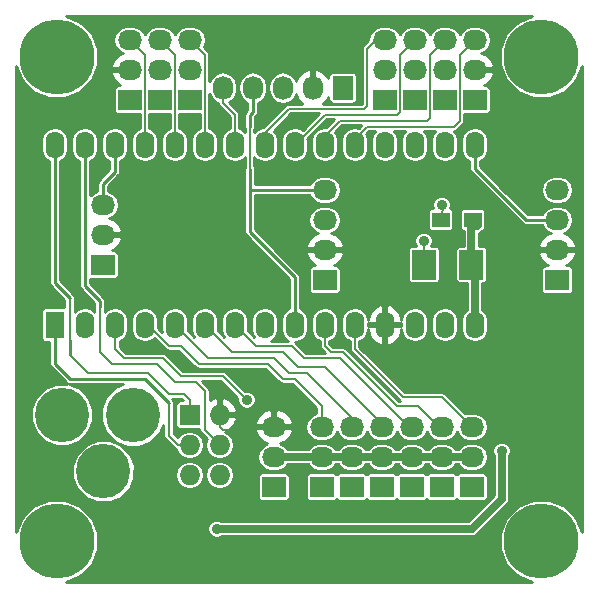
<source format=gbr>
G04 #@! TF.FileFunction,Copper,L1,Top,Signal*
%FSLAX46Y46*%
G04 Gerber Fmt 4.6, Leading zero omitted, Abs format (unit mm)*
G04 Created by KiCad (PCBNEW 4.0.1-stable) date 7/15/2016 9:23:23 PM*
%MOMM*%
G01*
G04 APERTURE LIST*
%ADD10C,0.150000*%
%ADD11R,1.574800X2.286000*%
%ADD12O,1.574800X2.286000*%
%ADD13C,6.350000*%
%ADD14R,1.500000X1.300000*%
%ADD15R,2.000000X2.500000*%
%ADD16C,4.600000*%
%ADD17R,2.032000X1.727200*%
%ADD18O,2.032000X1.727200*%
%ADD19R,1.727200X1.727200*%
%ADD20O,1.727200X1.727200*%
%ADD21R,1.727200X2.032000*%
%ADD22O,1.727200X2.032000*%
%ADD23C,0.889000*%
%ADD24C,0.203200*%
%ADD25C,0.635000*%
%ADD26C,0.254000*%
%ADD27C,0.152400*%
G04 APERTURE END LIST*
D10*
D11*
X3810000Y-26670000D03*
D12*
X6350000Y-26670000D03*
X8890000Y-26670000D03*
X11430000Y-26670000D03*
X13970000Y-26670000D03*
X16510000Y-26670000D03*
X19050000Y-26670000D03*
X21590000Y-26670000D03*
X24130000Y-26670000D03*
X26670000Y-26670000D03*
X29210000Y-26670000D03*
X31750000Y-26670000D03*
X34290000Y-26670000D03*
X36830000Y-26670000D03*
X39370000Y-26670000D03*
X39370000Y-11430000D03*
X36830000Y-11430000D03*
X34290000Y-11430000D03*
X31750000Y-11430000D03*
X29210000Y-11430000D03*
X26670000Y-11430000D03*
X24130000Y-11430000D03*
X21590000Y-11430000D03*
X19050000Y-11430000D03*
X16510000Y-11430000D03*
X13970000Y-11430000D03*
X11430000Y-11430000D03*
X8890000Y-11430000D03*
X6350000Y-11430000D03*
X3810000Y-11430000D03*
D13*
X4000000Y-45000000D03*
X45000000Y-45000000D03*
X45000000Y-4000000D03*
X4000000Y-4000000D03*
D14*
X39196000Y-17780000D03*
X36496000Y-17780000D03*
D15*
X39084000Y-21590000D03*
X35084000Y-21590000D03*
D16*
X4445000Y-34290000D03*
X10445000Y-34290000D03*
X7945000Y-39090000D03*
D17*
X26416000Y-40386000D03*
D18*
X26416000Y-37846000D03*
X26416000Y-35306000D03*
D17*
X28956000Y-40386000D03*
D18*
X28956000Y-37846000D03*
X28956000Y-35306000D03*
D17*
X31496000Y-40386000D03*
D18*
X31496000Y-37846000D03*
X31496000Y-35306000D03*
D17*
X34036000Y-40386000D03*
D18*
X34036000Y-37846000D03*
X34036000Y-35306000D03*
D17*
X36576000Y-40386000D03*
D18*
X36576000Y-37846000D03*
X36576000Y-35306000D03*
D17*
X39116000Y-40386000D03*
D18*
X39116000Y-37846000D03*
X39116000Y-35306000D03*
D19*
X15240000Y-34290000D03*
D20*
X17780000Y-34290000D03*
X15240000Y-36830000D03*
X17780000Y-36830000D03*
X15240000Y-39370000D03*
X17780000Y-39370000D03*
D17*
X10160000Y-7620000D03*
D18*
X10160000Y-5080000D03*
X10160000Y-2540000D03*
D17*
X12700000Y-7620000D03*
D18*
X12700000Y-5080000D03*
X12700000Y-2540000D03*
D17*
X15240000Y-7620000D03*
D18*
X15240000Y-5080000D03*
X15240000Y-2540000D03*
D17*
X31750000Y-7620000D03*
D18*
X31750000Y-5080000D03*
X31750000Y-2540000D03*
D17*
X34290000Y-7620000D03*
D18*
X34290000Y-5080000D03*
X34290000Y-2540000D03*
D17*
X36830000Y-7620000D03*
D18*
X36830000Y-5080000D03*
X36830000Y-2540000D03*
D17*
X39370000Y-7620000D03*
D18*
X39370000Y-5080000D03*
X39370000Y-2540000D03*
D17*
X46355000Y-22860000D03*
D18*
X46355000Y-20320000D03*
X46355000Y-17780000D03*
X46355000Y-15240000D03*
D21*
X28194000Y-6604000D03*
D22*
X25654000Y-6604000D03*
X23114000Y-6604000D03*
X20574000Y-6604000D03*
X18034000Y-6604000D03*
D17*
X26670000Y-22860000D03*
D18*
X26670000Y-20320000D03*
X26670000Y-17780000D03*
X26670000Y-15240000D03*
D17*
X22352000Y-40386000D03*
D18*
X22352000Y-37846000D03*
X22352000Y-35306000D03*
D17*
X7874000Y-21590000D03*
D18*
X7874000Y-19050000D03*
X7874000Y-16510000D03*
D23*
X36576000Y-16510000D03*
X35052000Y-19558000D03*
X41656000Y-37338000D03*
X17526000Y-43942000D03*
X20066000Y-33020000D03*
D24*
X36496000Y-17780000D02*
X36797000Y-16289000D01*
X36797000Y-16289000D02*
X36576000Y-16510000D01*
X35084000Y-21590000D02*
X35117000Y-19623000D01*
X35117000Y-19623000D02*
X35052000Y-19558000D01*
X17780000Y-34290000D02*
X17780000Y-35306000D01*
X18034000Y-35560000D02*
X19050000Y-35560000D01*
X17780000Y-35306000D02*
X18034000Y-35560000D01*
D25*
X41656000Y-41402000D02*
X41656000Y-37338000D01*
X17526000Y-43942000D02*
X39116000Y-43942000D01*
X39116000Y-43942000D02*
X41656000Y-41402000D01*
X39084000Y-21590000D02*
X39084000Y-17892000D01*
X39084000Y-17892000D02*
X39196000Y-17780000D01*
X39370000Y-26670000D02*
X39370000Y-21876000D01*
X39370000Y-21876000D02*
X39084000Y-21590000D01*
X39196000Y-17780000D02*
X39610000Y-18274000D01*
D24*
X10445000Y-34290000D02*
X10445000Y-36099000D01*
X26416000Y-35306000D02*
X26416000Y-33528000D01*
X26416000Y-33528000D02*
X24130000Y-31242000D01*
X24130000Y-31242000D02*
X23114000Y-31242000D01*
X11684000Y-26670000D02*
X13462000Y-28448000D01*
X23114000Y-31242000D02*
X21844000Y-29972000D01*
X21844000Y-29972000D02*
X16002000Y-29972000D01*
X16002000Y-29972000D02*
X14478000Y-28448000D01*
X14478000Y-28448000D02*
X13462000Y-28448000D01*
X11430000Y-26670000D02*
X11684000Y-26670000D01*
X28956000Y-35306000D02*
X28956000Y-34544000D01*
X28956000Y-34544000D02*
X25146000Y-30734000D01*
X25146000Y-30734000D02*
X23622000Y-30734000D01*
X23622000Y-30734000D02*
X22352000Y-29464000D01*
X16764000Y-29464000D02*
X13970000Y-26670000D01*
X22352000Y-29464000D02*
X16764000Y-29464000D01*
X31496000Y-35306000D02*
X31496000Y-35052000D01*
X31496000Y-35052000D02*
X26670000Y-30226000D01*
X26670000Y-30226000D02*
X24384000Y-30226000D01*
X18796000Y-28956000D02*
X16510000Y-26670000D01*
X23114000Y-28956000D02*
X18796000Y-28956000D01*
X24384000Y-30226000D02*
X23114000Y-28956000D01*
X16510000Y-26670000D02*
X16510000Y-26924000D01*
X34036000Y-35306000D02*
X33782000Y-35306000D01*
X33782000Y-35306000D02*
X27940000Y-29464000D01*
X27940000Y-29464000D02*
X24892000Y-29464000D01*
X20828000Y-28448000D02*
X19050000Y-26670000D01*
X23876000Y-28448000D02*
X20828000Y-28448000D01*
X24892000Y-29464000D02*
X23876000Y-28448000D01*
X19050000Y-26670000D02*
X19304000Y-26670000D01*
D26*
X26670000Y-15240000D02*
X20320000Y-15240000D01*
X20574000Y-6604000D02*
X20574000Y-8636000D01*
X20320000Y-8890000D02*
X20320000Y-9906000D01*
X20574000Y-8636000D02*
X20320000Y-8890000D01*
X24130000Y-26670000D02*
X24130000Y-22606000D01*
X24130000Y-22606000D02*
X20320000Y-18796000D01*
X20320000Y-18796000D02*
X20320000Y-15240000D01*
X20320000Y-15240000D02*
X20320000Y-13462000D01*
D27*
X20320000Y-18796000D02*
X24130000Y-22606000D01*
X20320000Y-9906000D02*
X20320000Y-13462000D01*
X20320000Y-13462000D02*
X20320000Y-18796000D01*
X26670000Y-26670000D02*
X26670000Y-28448000D01*
X32766000Y-33528000D02*
X34544000Y-33528000D01*
X28194000Y-28956000D02*
X32766000Y-33528000D01*
X27178000Y-28956000D02*
X28194000Y-28956000D01*
X26670000Y-28448000D02*
X27178000Y-28956000D01*
D24*
X36576000Y-35306000D02*
X36322000Y-35306000D01*
X36322000Y-35306000D02*
X34544000Y-33528000D01*
X26670000Y-26670000D02*
X26670000Y-26924000D01*
D27*
X29210000Y-26670000D02*
X29210000Y-28702000D01*
X36576000Y-32766000D02*
X39116000Y-35306000D01*
X33274000Y-32766000D02*
X36576000Y-32766000D01*
X29210000Y-28702000D02*
X33274000Y-32766000D01*
D24*
X29210000Y-26670000D02*
X29210000Y-26924000D01*
X29210000Y-27686000D02*
X29210000Y-26670000D01*
X29210000Y-26670000D02*
X29210000Y-27178000D01*
D27*
X16510000Y-11430000D02*
X16510000Y-3810000D01*
X16510000Y-3810000D02*
X15240000Y-2540000D01*
X18034000Y-6604000D02*
X18034000Y-7874000D01*
X19050000Y-8890000D02*
X19050000Y-11430000D01*
X18034000Y-7874000D02*
X19050000Y-8890000D01*
X21590000Y-11430000D02*
X21590000Y-10414000D01*
X21590000Y-10414000D02*
X23622000Y-8382000D01*
X23622000Y-8382000D02*
X29972000Y-8382000D01*
X29972000Y-8382000D02*
X30226000Y-8128000D01*
X30226000Y-8128000D02*
X30226000Y-3302000D01*
X30226000Y-3302000D02*
X30988000Y-2540000D01*
X30988000Y-2540000D02*
X31750000Y-2540000D01*
X24130000Y-11430000D02*
X26670000Y-8890000D01*
X33020000Y-3810000D02*
X34290000Y-2540000D01*
X33020000Y-8636000D02*
X33020000Y-3810000D01*
X32766000Y-8890000D02*
X33020000Y-8636000D01*
X26670000Y-8890000D02*
X32766000Y-8890000D01*
X26670000Y-11430000D02*
X26670000Y-10668000D01*
X26670000Y-10668000D02*
X27940000Y-9398000D01*
X35560000Y-9144000D02*
X35560000Y-3810000D01*
X35306000Y-9398000D02*
X35560000Y-9144000D01*
X27940000Y-9398000D02*
X35306000Y-9398000D01*
X35560000Y-3810000D02*
X36830000Y-2540000D01*
X35560000Y-3810000D02*
X36830000Y-2540000D01*
X29210000Y-11430000D02*
X29210000Y-10922000D01*
X29210000Y-10922000D02*
X30226000Y-9906000D01*
X30226000Y-9906000D02*
X37592000Y-9906000D01*
X37592000Y-9906000D02*
X38100000Y-9398000D01*
X38100000Y-9398000D02*
X38100000Y-3810000D01*
X38100000Y-3810000D02*
X39370000Y-2540000D01*
D24*
X15240000Y-34290000D02*
X15240000Y-33020000D01*
X15240000Y-33020000D02*
X14732000Y-32512000D01*
X6604000Y-30734000D02*
X5080000Y-29210000D01*
X11684000Y-30734000D02*
X6604000Y-30734000D01*
X13462000Y-32512000D02*
X11684000Y-30734000D01*
X14732000Y-32512000D02*
X13462000Y-32512000D01*
X5080000Y-27940000D02*
X5080000Y-24384000D01*
D26*
X5080000Y-29210000D02*
X5080000Y-27940000D01*
X3810000Y-11430000D02*
X3810000Y-23114000D01*
X3810000Y-23114000D02*
X5080000Y-24384000D01*
X3810000Y-23114000D02*
X5080000Y-24384000D01*
D24*
X15240000Y-34290000D02*
X15240000Y-33528000D01*
D26*
X13081000Y-32893000D02*
X11430000Y-31242000D01*
X11430000Y-31242000D02*
X5080000Y-31242000D01*
X3810000Y-29972000D02*
X3810000Y-26670000D01*
X5080000Y-31242000D02*
X3810000Y-29972000D01*
X13081000Y-32893000D02*
X13462000Y-33274000D01*
D24*
X15240000Y-36830000D02*
X14224000Y-36830000D01*
X13462000Y-36068000D02*
X13462000Y-33274000D01*
X14224000Y-36830000D02*
X13462000Y-36068000D01*
D26*
X6350000Y-11430000D02*
X6350000Y-23368000D01*
X6350000Y-23368000D02*
X7620000Y-24638000D01*
X7620000Y-24638000D02*
X7620000Y-25146000D01*
D24*
X17780000Y-36830000D02*
X16510000Y-35560000D01*
X7620000Y-28956000D02*
X7620000Y-25146000D01*
X8636000Y-29972000D02*
X7620000Y-28956000D01*
X12446000Y-29972000D02*
X8636000Y-29972000D01*
X13970000Y-31496000D02*
X12446000Y-29972000D01*
X15748000Y-31496000D02*
X13970000Y-31496000D01*
X16510000Y-32258000D02*
X15748000Y-31496000D01*
X16510000Y-35560000D02*
X16510000Y-32258000D01*
D27*
X11430000Y-11430000D02*
X11430000Y-3810000D01*
X11430000Y-3810000D02*
X10160000Y-2540000D01*
X13970000Y-11430000D02*
X13970000Y-3810000D01*
X13970000Y-3810000D02*
X12700000Y-2540000D01*
D26*
X39370000Y-11430000D02*
X39370000Y-13462000D01*
X39370000Y-13462000D02*
X39624000Y-13716000D01*
X46355000Y-17780000D02*
X43688000Y-17780000D01*
X43688000Y-17780000D02*
X39624000Y-13716000D01*
X39624000Y-13716000D02*
X39370000Y-13462000D01*
X39370000Y-11430000D02*
X40005000Y-11430000D01*
X8890000Y-11430000D02*
X8890000Y-13716000D01*
X7874000Y-14732000D02*
X7874000Y-16510000D01*
X8890000Y-13716000D02*
X7874000Y-14732000D01*
D25*
X22352000Y-37846000D02*
X26416000Y-37846000D01*
X26416000Y-37846000D02*
X28956000Y-37846000D01*
X28956000Y-37846000D02*
X31496000Y-37846000D01*
X31496000Y-37846000D02*
X34036000Y-37846000D01*
X34036000Y-37846000D02*
X36576000Y-37846000D01*
X36576000Y-37846000D02*
X39116000Y-37846000D01*
D24*
X8890000Y-26670000D02*
X8890000Y-28702000D01*
X18034000Y-30988000D02*
X20066000Y-33020000D01*
X14478000Y-30988000D02*
X18034000Y-30988000D01*
X12954000Y-29464000D02*
X14478000Y-30988000D01*
X9652000Y-29464000D02*
X12954000Y-29464000D01*
X8890000Y-28702000D02*
X9652000Y-29464000D01*
X8890000Y-26670000D02*
X8890000Y-26924000D01*
D26*
G36*
X43017058Y-1026703D02*
X42030169Y-2011871D01*
X41495410Y-3299714D01*
X41494193Y-4694169D01*
X42026703Y-5982942D01*
X43011871Y-6969831D01*
X44299714Y-7504590D01*
X45694169Y-7505807D01*
X46982942Y-6973297D01*
X47969831Y-5988129D01*
X48479300Y-4761191D01*
X48479300Y-44241679D01*
X47973297Y-43017058D01*
X46988129Y-42030169D01*
X45700286Y-41495410D01*
X44305831Y-41494193D01*
X43017058Y-42026703D01*
X42030169Y-43011871D01*
X41495410Y-44299714D01*
X41494193Y-45694169D01*
X42026703Y-46982942D01*
X43011871Y-47969831D01*
X44238809Y-48479300D01*
X4758321Y-48479300D01*
X5982942Y-47973297D01*
X6969831Y-46988129D01*
X7504590Y-45700286D01*
X7505807Y-44305831D01*
X7418868Y-44095421D01*
X16751166Y-44095421D01*
X16868859Y-44380259D01*
X17086595Y-44598376D01*
X17371227Y-44716565D01*
X17679421Y-44716834D01*
X17964259Y-44599141D01*
X17973717Y-44589700D01*
X39116000Y-44589700D01*
X39363864Y-44540397D01*
X39573993Y-44399993D01*
X42113993Y-41859993D01*
X42254397Y-41649865D01*
X42303700Y-41402000D01*
X42303700Y-37786066D01*
X42312376Y-37777405D01*
X42430565Y-37492773D01*
X42430834Y-37184579D01*
X42313141Y-36899741D01*
X42095405Y-36681624D01*
X41810773Y-36563435D01*
X41502579Y-36563166D01*
X41217741Y-36680859D01*
X40999624Y-36898595D01*
X40881435Y-37183227D01*
X40881166Y-37491421D01*
X40998859Y-37776259D01*
X41008300Y-37785717D01*
X41008300Y-41133714D01*
X38847714Y-43294300D01*
X17974066Y-43294300D01*
X17965405Y-43285624D01*
X17680773Y-43167435D01*
X17372579Y-43167166D01*
X17087741Y-43284859D01*
X16869624Y-43502595D01*
X16751435Y-43787227D01*
X16751166Y-44095421D01*
X7418868Y-44095421D01*
X6973297Y-43017058D01*
X5988129Y-42030169D01*
X4700286Y-41495410D01*
X3305831Y-41494193D01*
X2017058Y-42026703D01*
X1030169Y-43011871D01*
X520700Y-44238809D01*
X520700Y-39610884D01*
X5314344Y-39610884D01*
X5713925Y-40577942D01*
X6453166Y-41318475D01*
X7419526Y-41719743D01*
X8465884Y-41720656D01*
X9432942Y-41321075D01*
X10173475Y-40581834D01*
X10574743Y-39615474D01*
X10574957Y-39370000D01*
X14022812Y-39370000D01*
X14113685Y-39826847D01*
X14372468Y-40214144D01*
X14759765Y-40472927D01*
X15216612Y-40563800D01*
X15263388Y-40563800D01*
X15720235Y-40472927D01*
X16107532Y-40214144D01*
X16366315Y-39826847D01*
X16457188Y-39370000D01*
X16562812Y-39370000D01*
X16653685Y-39826847D01*
X16912468Y-40214144D01*
X17299765Y-40472927D01*
X17756612Y-40563800D01*
X17803388Y-40563800D01*
X18260235Y-40472927D01*
X18647532Y-40214144D01*
X18906315Y-39826847D01*
X18966873Y-39522400D01*
X20999331Y-39522400D01*
X20999331Y-41249600D01*
X21022356Y-41371965D01*
X21094673Y-41484349D01*
X21205017Y-41559744D01*
X21336000Y-41586269D01*
X23368000Y-41586269D01*
X23490365Y-41563244D01*
X23602749Y-41490927D01*
X23678144Y-41380583D01*
X23704669Y-41249600D01*
X23704669Y-39522400D01*
X25063331Y-39522400D01*
X25063331Y-41249600D01*
X25086356Y-41371965D01*
X25158673Y-41484349D01*
X25269017Y-41559744D01*
X25400000Y-41586269D01*
X27432000Y-41586269D01*
X27554365Y-41563244D01*
X27666749Y-41490927D01*
X27685370Y-41463675D01*
X27698673Y-41484349D01*
X27809017Y-41559744D01*
X27940000Y-41586269D01*
X29972000Y-41586269D01*
X30094365Y-41563244D01*
X30206749Y-41490927D01*
X30225370Y-41463675D01*
X30238673Y-41484349D01*
X30349017Y-41559744D01*
X30480000Y-41586269D01*
X32512000Y-41586269D01*
X32634365Y-41563244D01*
X32746749Y-41490927D01*
X32765370Y-41463675D01*
X32778673Y-41484349D01*
X32889017Y-41559744D01*
X33020000Y-41586269D01*
X35052000Y-41586269D01*
X35174365Y-41563244D01*
X35286749Y-41490927D01*
X35305370Y-41463675D01*
X35318673Y-41484349D01*
X35429017Y-41559744D01*
X35560000Y-41586269D01*
X37592000Y-41586269D01*
X37714365Y-41563244D01*
X37826749Y-41490927D01*
X37845370Y-41463675D01*
X37858673Y-41484349D01*
X37969017Y-41559744D01*
X38100000Y-41586269D01*
X40132000Y-41586269D01*
X40254365Y-41563244D01*
X40366749Y-41490927D01*
X40442144Y-41380583D01*
X40468669Y-41249600D01*
X40468669Y-39522400D01*
X40445644Y-39400035D01*
X40373327Y-39287651D01*
X40262983Y-39212256D01*
X40132000Y-39185731D01*
X38100000Y-39185731D01*
X37977635Y-39208756D01*
X37865251Y-39281073D01*
X37846630Y-39308325D01*
X37833327Y-39287651D01*
X37722983Y-39212256D01*
X37592000Y-39185731D01*
X35560000Y-39185731D01*
X35437635Y-39208756D01*
X35325251Y-39281073D01*
X35306630Y-39308325D01*
X35293327Y-39287651D01*
X35182983Y-39212256D01*
X35052000Y-39185731D01*
X33020000Y-39185731D01*
X32897635Y-39208756D01*
X32785251Y-39281073D01*
X32766630Y-39308325D01*
X32753327Y-39287651D01*
X32642983Y-39212256D01*
X32512000Y-39185731D01*
X30480000Y-39185731D01*
X30357635Y-39208756D01*
X30245251Y-39281073D01*
X30226630Y-39308325D01*
X30213327Y-39287651D01*
X30102983Y-39212256D01*
X29972000Y-39185731D01*
X27940000Y-39185731D01*
X27817635Y-39208756D01*
X27705251Y-39281073D01*
X27686630Y-39308325D01*
X27673327Y-39287651D01*
X27562983Y-39212256D01*
X27432000Y-39185731D01*
X25400000Y-39185731D01*
X25277635Y-39208756D01*
X25165251Y-39281073D01*
X25089856Y-39391417D01*
X25063331Y-39522400D01*
X23704669Y-39522400D01*
X23681644Y-39400035D01*
X23609327Y-39287651D01*
X23498983Y-39212256D01*
X23368000Y-39185731D01*
X21336000Y-39185731D01*
X21213635Y-39208756D01*
X21101251Y-39281073D01*
X21025856Y-39391417D01*
X20999331Y-39522400D01*
X18966873Y-39522400D01*
X18997188Y-39370000D01*
X18906315Y-38913153D01*
X18647532Y-38525856D01*
X18260235Y-38267073D01*
X17803388Y-38176200D01*
X17756612Y-38176200D01*
X17299765Y-38267073D01*
X16912468Y-38525856D01*
X16653685Y-38913153D01*
X16562812Y-39370000D01*
X16457188Y-39370000D01*
X16366315Y-38913153D01*
X16107532Y-38525856D01*
X15720235Y-38267073D01*
X15263388Y-38176200D01*
X15216612Y-38176200D01*
X14759765Y-38267073D01*
X14372468Y-38525856D01*
X14113685Y-38913153D01*
X14022812Y-39370000D01*
X10574957Y-39370000D01*
X10575656Y-38569116D01*
X10176075Y-37602058D01*
X9436834Y-36861525D01*
X8470474Y-36460257D01*
X7424116Y-36459344D01*
X6457058Y-36858925D01*
X5716525Y-37598166D01*
X5315257Y-38564526D01*
X5314344Y-39610884D01*
X520700Y-39610884D01*
X520700Y-34810884D01*
X1814344Y-34810884D01*
X2213925Y-35777942D01*
X2953166Y-36518475D01*
X3919526Y-36919743D01*
X4965884Y-36920656D01*
X5932942Y-36521075D01*
X6673475Y-35781834D01*
X7074743Y-34815474D01*
X7075656Y-33769116D01*
X6676075Y-32802058D01*
X5936834Y-32061525D01*
X5049785Y-31693190D01*
X5080000Y-31699200D01*
X9561604Y-31699200D01*
X8899581Y-31972742D01*
X8130443Y-32740539D01*
X7713675Y-33744227D01*
X7712727Y-34831005D01*
X8127742Y-35835419D01*
X8895539Y-36604557D01*
X9899227Y-37021325D01*
X10986005Y-37022273D01*
X11990419Y-36607258D01*
X12759557Y-35839461D01*
X13030200Y-35187681D01*
X13030200Y-36068000D01*
X13063069Y-36233243D01*
X13156553Y-36373153D01*
X13156671Y-36373329D01*
X13918671Y-37135329D01*
X14058757Y-37228931D01*
X14086173Y-37234385D01*
X14103953Y-37237921D01*
X14113685Y-37286847D01*
X14372468Y-37674144D01*
X14759765Y-37932927D01*
X15216612Y-38023800D01*
X15263388Y-38023800D01*
X15720235Y-37932927D01*
X16107532Y-37674144D01*
X16366315Y-37286847D01*
X16457188Y-36830000D01*
X16366315Y-36373153D01*
X16107532Y-35985856D01*
X15720235Y-35727073D01*
X15263388Y-35636200D01*
X15216612Y-35636200D01*
X14759765Y-35727073D01*
X14372468Y-35985856D01*
X14219479Y-36214821D01*
X13893800Y-35889142D01*
X13893800Y-33401694D01*
X13919199Y-33274000D01*
X13884398Y-33099037D01*
X13785289Y-32950711D01*
X13778378Y-32943800D01*
X14553142Y-32943800D01*
X14699074Y-33089731D01*
X14376400Y-33089731D01*
X14254035Y-33112756D01*
X14141651Y-33185073D01*
X14066256Y-33295417D01*
X14039731Y-33426400D01*
X14039731Y-35153600D01*
X14062756Y-35275965D01*
X14135073Y-35388349D01*
X14245417Y-35463744D01*
X14376400Y-35490269D01*
X16078200Y-35490269D01*
X16078200Y-35560000D01*
X16111069Y-35725243D01*
X16148882Y-35781834D01*
X16204671Y-35865329D01*
X16677241Y-36337899D01*
X16653685Y-36373153D01*
X16562812Y-36830000D01*
X16653685Y-37286847D01*
X16912468Y-37674144D01*
X17299765Y-37932927D01*
X17756612Y-38023800D01*
X17803388Y-38023800D01*
X18260235Y-37932927D01*
X18647532Y-37674144D01*
X18906315Y-37286847D01*
X18997188Y-36830000D01*
X18906315Y-36373153D01*
X18647532Y-35985856D01*
X18260235Y-35727073D01*
X18201947Y-35715479D01*
X18309596Y-35665026D01*
X20744642Y-35665026D01*
X20747291Y-35680791D01*
X21001268Y-36208036D01*
X21437680Y-36597954D01*
X21803185Y-36725806D01*
X21716379Y-36743073D01*
X21329082Y-37001856D01*
X21070299Y-37389153D01*
X20979426Y-37846000D01*
X21070299Y-38302847D01*
X21329082Y-38690144D01*
X21716379Y-38948927D01*
X22173226Y-39039800D01*
X22530774Y-39039800D01*
X22987621Y-38948927D01*
X23374918Y-38690144D01*
X23506177Y-38493700D01*
X25261823Y-38493700D01*
X25393082Y-38690144D01*
X25780379Y-38948927D01*
X26237226Y-39039800D01*
X26594774Y-39039800D01*
X27051621Y-38948927D01*
X27438918Y-38690144D01*
X27570177Y-38493700D01*
X27801823Y-38493700D01*
X27933082Y-38690144D01*
X28320379Y-38948927D01*
X28777226Y-39039800D01*
X29134774Y-39039800D01*
X29591621Y-38948927D01*
X29978918Y-38690144D01*
X30110177Y-38493700D01*
X30341823Y-38493700D01*
X30473082Y-38690144D01*
X30860379Y-38948927D01*
X31317226Y-39039800D01*
X31674774Y-39039800D01*
X32131621Y-38948927D01*
X32518918Y-38690144D01*
X32650177Y-38493700D01*
X32881823Y-38493700D01*
X33013082Y-38690144D01*
X33400379Y-38948927D01*
X33857226Y-39039800D01*
X34214774Y-39039800D01*
X34671621Y-38948927D01*
X35058918Y-38690144D01*
X35190177Y-38493700D01*
X35421823Y-38493700D01*
X35553082Y-38690144D01*
X35940379Y-38948927D01*
X36397226Y-39039800D01*
X36754774Y-39039800D01*
X37211621Y-38948927D01*
X37598918Y-38690144D01*
X37730177Y-38493700D01*
X37961823Y-38493700D01*
X38093082Y-38690144D01*
X38480379Y-38948927D01*
X38937226Y-39039800D01*
X39294774Y-39039800D01*
X39751621Y-38948927D01*
X40138918Y-38690144D01*
X40397701Y-38302847D01*
X40488574Y-37846000D01*
X40397701Y-37389153D01*
X40138918Y-37001856D01*
X39751621Y-36743073D01*
X39294774Y-36652200D01*
X38937226Y-36652200D01*
X38480379Y-36743073D01*
X38093082Y-37001856D01*
X37961823Y-37198300D01*
X37730177Y-37198300D01*
X37598918Y-37001856D01*
X37211621Y-36743073D01*
X36754774Y-36652200D01*
X36397226Y-36652200D01*
X35940379Y-36743073D01*
X35553082Y-37001856D01*
X35421823Y-37198300D01*
X35190177Y-37198300D01*
X35058918Y-37001856D01*
X34671621Y-36743073D01*
X34214774Y-36652200D01*
X33857226Y-36652200D01*
X33400379Y-36743073D01*
X33013082Y-37001856D01*
X32881823Y-37198300D01*
X32650177Y-37198300D01*
X32518918Y-37001856D01*
X32131621Y-36743073D01*
X31674774Y-36652200D01*
X31317226Y-36652200D01*
X30860379Y-36743073D01*
X30473082Y-37001856D01*
X30341823Y-37198300D01*
X30110177Y-37198300D01*
X29978918Y-37001856D01*
X29591621Y-36743073D01*
X29134774Y-36652200D01*
X28777226Y-36652200D01*
X28320379Y-36743073D01*
X27933082Y-37001856D01*
X27801823Y-37198300D01*
X27570177Y-37198300D01*
X27438918Y-37001856D01*
X27051621Y-36743073D01*
X26594774Y-36652200D01*
X26237226Y-36652200D01*
X25780379Y-36743073D01*
X25393082Y-37001856D01*
X25261823Y-37198300D01*
X23506177Y-37198300D01*
X23374918Y-37001856D01*
X22987621Y-36743073D01*
X22900815Y-36725806D01*
X23266320Y-36597954D01*
X23702732Y-36208036D01*
X23956709Y-35680791D01*
X23959358Y-35665026D01*
X23838217Y-35433000D01*
X22479000Y-35433000D01*
X22479000Y-35453000D01*
X22225000Y-35453000D01*
X22225000Y-35433000D01*
X20865783Y-35433000D01*
X20744642Y-35665026D01*
X18309596Y-35665026D01*
X18668490Y-35496821D01*
X19062688Y-35064947D01*
X19111551Y-34946974D01*
X20744642Y-34946974D01*
X20865783Y-35179000D01*
X22225000Y-35179000D01*
X22225000Y-33965076D01*
X22479000Y-33965076D01*
X22479000Y-35179000D01*
X23838217Y-35179000D01*
X23959358Y-34946974D01*
X23956709Y-34931209D01*
X23702732Y-34403964D01*
X23266320Y-34014046D01*
X22713913Y-33820816D01*
X22479000Y-33965076D01*
X22225000Y-33965076D01*
X21990087Y-33820816D01*
X21437680Y-34014046D01*
X21001268Y-34403964D01*
X20747291Y-34931209D01*
X20744642Y-34946974D01*
X19111551Y-34946974D01*
X19234958Y-34649026D01*
X19113817Y-34417000D01*
X17907000Y-34417000D01*
X17907000Y-34437000D01*
X17653000Y-34437000D01*
X17653000Y-34417000D01*
X17633000Y-34417000D01*
X17633000Y-34163000D01*
X17653000Y-34163000D01*
X17653000Y-32955531D01*
X17907000Y-32955531D01*
X17907000Y-34163000D01*
X19113817Y-34163000D01*
X19234958Y-33930974D01*
X19062688Y-33515053D01*
X18668490Y-33083179D01*
X18139027Y-32835032D01*
X17907000Y-32955531D01*
X17653000Y-32955531D01*
X17420973Y-32835032D01*
X16941800Y-33059609D01*
X16941800Y-32258005D01*
X16941801Y-32258000D01*
X16908931Y-32092758D01*
X16908931Y-32092757D01*
X16815329Y-31952671D01*
X16282458Y-31419800D01*
X17855142Y-31419800D01*
X19294115Y-32858773D01*
X19291435Y-32865227D01*
X19291166Y-33173421D01*
X19408859Y-33458259D01*
X19626595Y-33676376D01*
X19911227Y-33794565D01*
X20219421Y-33794834D01*
X20504259Y-33677141D01*
X20722376Y-33459405D01*
X20840565Y-33174773D01*
X20840834Y-32866579D01*
X20723141Y-32581741D01*
X20505405Y-32363624D01*
X20220773Y-32245435D01*
X19912579Y-32245166D01*
X19904969Y-32248311D01*
X18339329Y-30682671D01*
X18199243Y-30589069D01*
X18034000Y-30556200D01*
X14656857Y-30556200D01*
X13259329Y-29158671D01*
X13119243Y-29065069D01*
X12954000Y-29032200D01*
X9830858Y-29032200D01*
X9321800Y-28523142D01*
X9321800Y-28084242D01*
X9680263Y-27844725D01*
X9922528Y-27482149D01*
X10007600Y-27054462D01*
X10007600Y-26285538D01*
X9922528Y-25857851D01*
X9680263Y-25495275D01*
X9317687Y-25253010D01*
X8890000Y-25167938D01*
X8462313Y-25253010D01*
X8099737Y-25495275D01*
X8051800Y-25567018D01*
X8051800Y-25273696D01*
X8077200Y-25146000D01*
X8077200Y-24638000D01*
X8042398Y-24463037D01*
X7943289Y-24314711D01*
X6807200Y-23178622D01*
X6807200Y-22779982D01*
X6858000Y-22790269D01*
X8890000Y-22790269D01*
X9012365Y-22767244D01*
X9124749Y-22694927D01*
X9200144Y-22584583D01*
X9226669Y-22453600D01*
X9226669Y-20726400D01*
X9203644Y-20604035D01*
X9131327Y-20491651D01*
X9020983Y-20416256D01*
X8890000Y-20389731D01*
X8651735Y-20389731D01*
X8788320Y-20341954D01*
X9224732Y-19952036D01*
X9478709Y-19424791D01*
X9481358Y-19409026D01*
X9360217Y-19177000D01*
X8001000Y-19177000D01*
X8001000Y-19197000D01*
X7747000Y-19197000D01*
X7747000Y-19177000D01*
X7727000Y-19177000D01*
X7727000Y-18923000D01*
X7747000Y-18923000D01*
X7747000Y-18903000D01*
X8001000Y-18903000D01*
X8001000Y-18923000D01*
X9360217Y-18923000D01*
X9481358Y-18690974D01*
X9478709Y-18675209D01*
X9224732Y-18147964D01*
X8788320Y-17758046D01*
X8422815Y-17630194D01*
X8509621Y-17612927D01*
X8896918Y-17354144D01*
X9155701Y-16966847D01*
X9246574Y-16510000D01*
X9155701Y-16053153D01*
X8896918Y-15665856D01*
X8509621Y-15407073D01*
X8331200Y-15371583D01*
X8331200Y-14921378D01*
X9213289Y-14039289D01*
X9312398Y-13890963D01*
X9347200Y-13716000D01*
X9347200Y-12827270D01*
X9680263Y-12604725D01*
X9922528Y-12242149D01*
X10007600Y-11814462D01*
X10007600Y-11045538D01*
X9922528Y-10617851D01*
X9680263Y-10255275D01*
X9317687Y-10013010D01*
X8890000Y-9927938D01*
X8462313Y-10013010D01*
X8099737Y-10255275D01*
X7857472Y-10617851D01*
X7772400Y-11045538D01*
X7772400Y-11814462D01*
X7857472Y-12242149D01*
X8099737Y-12604725D01*
X8432800Y-12827270D01*
X8432800Y-13526622D01*
X7550711Y-14408711D01*
X7451602Y-14557037D01*
X7416800Y-14732000D01*
X7416800Y-15371583D01*
X7238379Y-15407073D01*
X6851082Y-15665856D01*
X6807200Y-15731530D01*
X6807200Y-12827270D01*
X7140263Y-12604725D01*
X7382528Y-12242149D01*
X7467600Y-11814462D01*
X7467600Y-11045538D01*
X7382528Y-10617851D01*
X7140263Y-10255275D01*
X6777687Y-10013010D01*
X6350000Y-9927938D01*
X5922313Y-10013010D01*
X5559737Y-10255275D01*
X5317472Y-10617851D01*
X5232400Y-11045538D01*
X5232400Y-11814462D01*
X5317472Y-12242149D01*
X5559737Y-12604725D01*
X5892800Y-12827270D01*
X5892800Y-23368000D01*
X5927602Y-23542963D01*
X6026711Y-23691289D01*
X7162800Y-24827378D01*
X7162800Y-25146000D01*
X7188200Y-25273696D01*
X7188200Y-25567018D01*
X7140263Y-25495275D01*
X6777687Y-25253010D01*
X6350000Y-25167938D01*
X5922313Y-25253010D01*
X5559737Y-25495275D01*
X5511800Y-25567018D01*
X5511800Y-24511696D01*
X5537200Y-24384000D01*
X5502398Y-24209037D01*
X5403289Y-24060711D01*
X4267200Y-22924622D01*
X4267200Y-12827270D01*
X4600263Y-12604725D01*
X4842528Y-12242149D01*
X4927600Y-11814462D01*
X4927600Y-11045538D01*
X4842528Y-10617851D01*
X4600263Y-10255275D01*
X4237687Y-10013010D01*
X3810000Y-9927938D01*
X3382313Y-10013010D01*
X3019737Y-10255275D01*
X2777472Y-10617851D01*
X2692400Y-11045538D01*
X2692400Y-11814462D01*
X2777472Y-12242149D01*
X3019737Y-12604725D01*
X3352800Y-12827270D01*
X3352800Y-23114000D01*
X3387602Y-23288963D01*
X3486711Y-23437289D01*
X4648200Y-24598778D01*
X4648200Y-25200618D01*
X4597400Y-25190331D01*
X3022600Y-25190331D01*
X2900235Y-25213356D01*
X2787851Y-25285673D01*
X2712456Y-25396017D01*
X2685931Y-25527000D01*
X2685931Y-27813000D01*
X2708956Y-27935365D01*
X2781273Y-28047749D01*
X2891617Y-28123144D01*
X3022600Y-28149669D01*
X3352800Y-28149669D01*
X3352800Y-29972000D01*
X3387602Y-30146963D01*
X3486711Y-30295289D01*
X4756711Y-31565289D01*
X4898746Y-31660194D01*
X3924116Y-31659344D01*
X2957058Y-32058925D01*
X2216525Y-32798166D01*
X1815257Y-33764526D01*
X1814344Y-34810884D01*
X520700Y-34810884D01*
X520700Y-4758321D01*
X1026703Y-5982942D01*
X2011871Y-6969831D01*
X3299714Y-7504590D01*
X4694169Y-7505807D01*
X5982942Y-6973297D01*
X6969831Y-5988129D01*
X7495999Y-4720974D01*
X8552642Y-4720974D01*
X8673783Y-4953000D01*
X10033000Y-4953000D01*
X10033000Y-4933000D01*
X10287000Y-4933000D01*
X10287000Y-4953000D01*
X10307000Y-4953000D01*
X10307000Y-5207000D01*
X10287000Y-5207000D01*
X10287000Y-5227000D01*
X10033000Y-5227000D01*
X10033000Y-5207000D01*
X8673783Y-5207000D01*
X8552642Y-5439026D01*
X8555291Y-5454791D01*
X8809268Y-5982036D01*
X9245680Y-6371954D01*
X9382265Y-6419731D01*
X9144000Y-6419731D01*
X9021635Y-6442756D01*
X8909251Y-6515073D01*
X8833856Y-6625417D01*
X8807331Y-6756400D01*
X8807331Y-8483600D01*
X8830356Y-8605965D01*
X8902673Y-8718349D01*
X9013017Y-8793744D01*
X9144000Y-8820269D01*
X11023600Y-8820269D01*
X11023600Y-10008776D01*
X11002313Y-10013010D01*
X10639737Y-10255275D01*
X10397472Y-10617851D01*
X10312400Y-11045538D01*
X10312400Y-11814462D01*
X10397472Y-12242149D01*
X10639737Y-12604725D01*
X11002313Y-12846990D01*
X11430000Y-12932062D01*
X11857687Y-12846990D01*
X12220263Y-12604725D01*
X12462528Y-12242149D01*
X12547600Y-11814462D01*
X12547600Y-11045538D01*
X12462528Y-10617851D01*
X12220263Y-10255275D01*
X11857687Y-10013010D01*
X11836400Y-10008776D01*
X11836400Y-8820269D01*
X13563600Y-8820269D01*
X13563600Y-10008776D01*
X13542313Y-10013010D01*
X13179737Y-10255275D01*
X12937472Y-10617851D01*
X12852400Y-11045538D01*
X12852400Y-11814462D01*
X12937472Y-12242149D01*
X13179737Y-12604725D01*
X13542313Y-12846990D01*
X13970000Y-12932062D01*
X14397687Y-12846990D01*
X14760263Y-12604725D01*
X15002528Y-12242149D01*
X15087600Y-11814462D01*
X15087600Y-11045538D01*
X15002528Y-10617851D01*
X14760263Y-10255275D01*
X14397687Y-10013010D01*
X14376400Y-10008776D01*
X14376400Y-8820269D01*
X16103600Y-8820269D01*
X16103600Y-10008776D01*
X16082313Y-10013010D01*
X15719737Y-10255275D01*
X15477472Y-10617851D01*
X15392400Y-11045538D01*
X15392400Y-11814462D01*
X15477472Y-12242149D01*
X15719737Y-12604725D01*
X16082313Y-12846990D01*
X16510000Y-12932062D01*
X16937687Y-12846990D01*
X17300263Y-12604725D01*
X17542528Y-12242149D01*
X17627600Y-11814462D01*
X17627600Y-11045538D01*
X17542528Y-10617851D01*
X17300263Y-10255275D01*
X16937687Y-10013010D01*
X16916400Y-10008776D01*
X16916400Y-7165855D01*
X16931073Y-7239621D01*
X17189856Y-7626918D01*
X17577153Y-7885701D01*
X17632102Y-7896631D01*
X17658535Y-8029523D01*
X17699090Y-8090217D01*
X17746632Y-8161368D01*
X18643600Y-9058336D01*
X18643600Y-10008776D01*
X18622313Y-10013010D01*
X18259737Y-10255275D01*
X18017472Y-10617851D01*
X17932400Y-11045538D01*
X17932400Y-11814462D01*
X18017472Y-12242149D01*
X18259737Y-12604725D01*
X18622313Y-12846990D01*
X19050000Y-12932062D01*
X19477687Y-12846990D01*
X19840263Y-12604725D01*
X19913600Y-12494968D01*
X19913600Y-13263094D01*
X19897602Y-13287037D01*
X19862800Y-13462000D01*
X19862800Y-18796000D01*
X19897602Y-18970963D01*
X19996711Y-19119289D01*
X23672800Y-22795378D01*
X23672800Y-25272730D01*
X23339737Y-25495275D01*
X23097472Y-25857851D01*
X23012400Y-26285538D01*
X23012400Y-27054462D01*
X23097472Y-27482149D01*
X23339737Y-27844725D01*
X23596368Y-28016200D01*
X22123632Y-28016200D01*
X22380263Y-27844725D01*
X22622528Y-27482149D01*
X22707600Y-27054462D01*
X22707600Y-26285538D01*
X22622528Y-25857851D01*
X22380263Y-25495275D01*
X22017687Y-25253010D01*
X21590000Y-25167938D01*
X21162313Y-25253010D01*
X20799737Y-25495275D01*
X20557472Y-25857851D01*
X20472400Y-26285538D01*
X20472400Y-27054462D01*
X20557472Y-27482149D01*
X20727958Y-27737300D01*
X20147279Y-27156621D01*
X20167600Y-27054462D01*
X20167600Y-26285538D01*
X20082528Y-25857851D01*
X19840263Y-25495275D01*
X19477687Y-25253010D01*
X19050000Y-25167938D01*
X18622313Y-25253010D01*
X18259737Y-25495275D01*
X18017472Y-25857851D01*
X17932400Y-26285538D01*
X17932400Y-27054462D01*
X18017472Y-27482149D01*
X18187958Y-27737300D01*
X17607279Y-27156621D01*
X17627600Y-27054462D01*
X17627600Y-26285538D01*
X17542528Y-25857851D01*
X17300263Y-25495275D01*
X16937687Y-25253010D01*
X16510000Y-25167938D01*
X16082313Y-25253010D01*
X15719737Y-25495275D01*
X15477472Y-25857851D01*
X15392400Y-26285538D01*
X15392400Y-27054462D01*
X15477472Y-27482149D01*
X15647959Y-27737302D01*
X15067279Y-27156622D01*
X15087600Y-27054462D01*
X15087600Y-26285538D01*
X15002528Y-25857851D01*
X14760263Y-25495275D01*
X14397687Y-25253010D01*
X13970000Y-25167938D01*
X13542313Y-25253010D01*
X13179737Y-25495275D01*
X12937472Y-25857851D01*
X12852400Y-26285538D01*
X12852400Y-27054462D01*
X12895426Y-27270768D01*
X12547600Y-26922942D01*
X12547600Y-26285538D01*
X12462528Y-25857851D01*
X12220263Y-25495275D01*
X11857687Y-25253010D01*
X11430000Y-25167938D01*
X11002313Y-25253010D01*
X10639737Y-25495275D01*
X10397472Y-25857851D01*
X10312400Y-26285538D01*
X10312400Y-27054462D01*
X10397472Y-27482149D01*
X10639737Y-27844725D01*
X11002313Y-28086990D01*
X11430000Y-28172062D01*
X11857687Y-28086990D01*
X12220263Y-27844725D01*
X12231400Y-27828058D01*
X13156671Y-28753329D01*
X13296757Y-28846931D01*
X13324173Y-28852385D01*
X13462000Y-28879801D01*
X13462005Y-28879800D01*
X14299142Y-28879800D01*
X15696669Y-30277326D01*
X15696671Y-30277329D01*
X15836757Y-30370931D01*
X16002000Y-30403800D01*
X21665142Y-30403800D01*
X22808671Y-31547329D01*
X22948757Y-31640931D01*
X23114000Y-31673800D01*
X23951142Y-31673800D01*
X25984200Y-33706858D01*
X25984200Y-34162530D01*
X25780379Y-34203073D01*
X25393082Y-34461856D01*
X25134299Y-34849153D01*
X25043426Y-35306000D01*
X25134299Y-35762847D01*
X25393082Y-36150144D01*
X25780379Y-36408927D01*
X26237226Y-36499800D01*
X26594774Y-36499800D01*
X27051621Y-36408927D01*
X27438918Y-36150144D01*
X27686000Y-35780359D01*
X27933082Y-36150144D01*
X28320379Y-36408927D01*
X28777226Y-36499800D01*
X29134774Y-36499800D01*
X29591621Y-36408927D01*
X29978918Y-36150144D01*
X30226000Y-35780359D01*
X30473082Y-36150144D01*
X30860379Y-36408927D01*
X31317226Y-36499800D01*
X31674774Y-36499800D01*
X32131621Y-36408927D01*
X32518918Y-36150144D01*
X32766000Y-35780359D01*
X33013082Y-36150144D01*
X33400379Y-36408927D01*
X33857226Y-36499800D01*
X34214774Y-36499800D01*
X34671621Y-36408927D01*
X35058918Y-36150144D01*
X35306000Y-35780359D01*
X35553082Y-36150144D01*
X35940379Y-36408927D01*
X36397226Y-36499800D01*
X36754774Y-36499800D01*
X37211621Y-36408927D01*
X37598918Y-36150144D01*
X37846000Y-35780359D01*
X38093082Y-36150144D01*
X38480379Y-36408927D01*
X38937226Y-36499800D01*
X39294774Y-36499800D01*
X39751621Y-36408927D01*
X40138918Y-36150144D01*
X40397701Y-35762847D01*
X40488574Y-35306000D01*
X40397701Y-34849153D01*
X40138918Y-34461856D01*
X39751621Y-34203073D01*
X39294774Y-34112200D01*
X38937226Y-34112200D01*
X38569986Y-34185249D01*
X36863368Y-32478632D01*
X36780473Y-32423243D01*
X36731523Y-32390535D01*
X36576000Y-32359600D01*
X33442336Y-32359600D01*
X29616400Y-28533664D01*
X29616400Y-28091224D01*
X29637687Y-28086990D01*
X30000263Y-27844725D01*
X30242528Y-27482149D01*
X30327600Y-27054462D01*
X30327600Y-27152600D01*
X30484475Y-27687262D01*
X30834014Y-28121191D01*
X31323004Y-28388327D01*
X31402940Y-28405010D01*
X31623000Y-28282852D01*
X31623000Y-26797000D01*
X30327600Y-26797000D01*
X30327600Y-26543000D01*
X31623000Y-26543000D01*
X31623000Y-25057148D01*
X31877000Y-25057148D01*
X31877000Y-26543000D01*
X33172400Y-26543000D01*
X33172400Y-26797000D01*
X31877000Y-26797000D01*
X31877000Y-28282852D01*
X32097060Y-28405010D01*
X32176996Y-28388327D01*
X32665986Y-28121191D01*
X33015525Y-27687262D01*
X33172400Y-27152600D01*
X33172400Y-27054462D01*
X33257472Y-27482149D01*
X33499737Y-27844725D01*
X33862313Y-28086990D01*
X34290000Y-28172062D01*
X34717687Y-28086990D01*
X35080263Y-27844725D01*
X35322528Y-27482149D01*
X35407600Y-27054462D01*
X35407600Y-26285538D01*
X35712400Y-26285538D01*
X35712400Y-27054462D01*
X35797472Y-27482149D01*
X36039737Y-27844725D01*
X36402313Y-28086990D01*
X36830000Y-28172062D01*
X37257687Y-28086990D01*
X37620263Y-27844725D01*
X37862528Y-27482149D01*
X37947600Y-27054462D01*
X37947600Y-26285538D01*
X37862528Y-25857851D01*
X37620263Y-25495275D01*
X37257687Y-25253010D01*
X36830000Y-25167938D01*
X36402313Y-25253010D01*
X36039737Y-25495275D01*
X35797472Y-25857851D01*
X35712400Y-26285538D01*
X35407600Y-26285538D01*
X35322528Y-25857851D01*
X35080263Y-25495275D01*
X34717687Y-25253010D01*
X34290000Y-25167938D01*
X33862313Y-25253010D01*
X33499737Y-25495275D01*
X33257472Y-25857851D01*
X33172400Y-26285538D01*
X33172400Y-26187400D01*
X33015525Y-25652738D01*
X32665986Y-25218809D01*
X32176996Y-24951673D01*
X32097060Y-24934990D01*
X31877000Y-25057148D01*
X31623000Y-25057148D01*
X31402940Y-24934990D01*
X31323004Y-24951673D01*
X30834014Y-25218809D01*
X30484475Y-25652738D01*
X30327600Y-26187400D01*
X30327600Y-26285538D01*
X30242528Y-25857851D01*
X30000263Y-25495275D01*
X29637687Y-25253010D01*
X29210000Y-25167938D01*
X28782313Y-25253010D01*
X28419737Y-25495275D01*
X28177472Y-25857851D01*
X28092400Y-26285538D01*
X28092400Y-27054462D01*
X28177472Y-27482149D01*
X28419737Y-27844725D01*
X28782313Y-28086990D01*
X28803600Y-28091224D01*
X28803600Y-28702000D01*
X28834535Y-28857523D01*
X28849421Y-28879801D01*
X28922632Y-28989368D01*
X32986632Y-33053368D01*
X33088747Y-33121600D01*
X32934336Y-33121600D01*
X28481368Y-28668632D01*
X28398473Y-28613243D01*
X28349523Y-28580535D01*
X28194000Y-28549600D01*
X27346337Y-28549600D01*
X27076400Y-28279664D01*
X27076400Y-28091224D01*
X27097687Y-28086990D01*
X27460263Y-27844725D01*
X27702528Y-27482149D01*
X27787600Y-27054462D01*
X27787600Y-26285538D01*
X27702528Y-25857851D01*
X27460263Y-25495275D01*
X27097687Y-25253010D01*
X26670000Y-25167938D01*
X26242313Y-25253010D01*
X25879737Y-25495275D01*
X25637472Y-25857851D01*
X25552400Y-26285538D01*
X25552400Y-27054462D01*
X25637472Y-27482149D01*
X25879737Y-27844725D01*
X26242313Y-28086990D01*
X26263600Y-28091224D01*
X26263600Y-28448000D01*
X26294535Y-28603523D01*
X26338040Y-28668632D01*
X26382632Y-28735368D01*
X26679463Y-29032200D01*
X25070858Y-29032200D01*
X24197328Y-28158670D01*
X24557687Y-28086990D01*
X24920263Y-27844725D01*
X25162528Y-27482149D01*
X25247600Y-27054462D01*
X25247600Y-26285538D01*
X25162528Y-25857851D01*
X24920263Y-25495275D01*
X24587200Y-25272730D01*
X24587200Y-22606000D01*
X24552398Y-22431037D01*
X24453289Y-22282711D01*
X22849604Y-20679026D01*
X25062642Y-20679026D01*
X25065291Y-20694791D01*
X25319268Y-21222036D01*
X25755680Y-21611954D01*
X25892265Y-21659731D01*
X25654000Y-21659731D01*
X25531635Y-21682756D01*
X25419251Y-21755073D01*
X25343856Y-21865417D01*
X25317331Y-21996400D01*
X25317331Y-23723600D01*
X25340356Y-23845965D01*
X25412673Y-23958349D01*
X25523017Y-24033744D01*
X25654000Y-24060269D01*
X27686000Y-24060269D01*
X27808365Y-24037244D01*
X27920749Y-23964927D01*
X27996144Y-23854583D01*
X28022669Y-23723600D01*
X28022669Y-21996400D01*
X27999644Y-21874035D01*
X27927327Y-21761651D01*
X27816983Y-21686256D01*
X27686000Y-21659731D01*
X27447735Y-21659731D01*
X27584320Y-21611954D01*
X28020732Y-21222036D01*
X28274709Y-20694791D01*
X28277358Y-20679026D01*
X28156217Y-20447000D01*
X26797000Y-20447000D01*
X26797000Y-20467000D01*
X26543000Y-20467000D01*
X26543000Y-20447000D01*
X25183783Y-20447000D01*
X25062642Y-20679026D01*
X22849604Y-20679026D01*
X22510578Y-20340000D01*
X33747331Y-20340000D01*
X33747331Y-22840000D01*
X33770356Y-22962365D01*
X33842673Y-23074749D01*
X33953017Y-23150144D01*
X34084000Y-23176669D01*
X36084000Y-23176669D01*
X36206365Y-23153644D01*
X36318749Y-23081327D01*
X36394144Y-22970983D01*
X36420669Y-22840000D01*
X36420669Y-20340000D01*
X37747331Y-20340000D01*
X37747331Y-22840000D01*
X37770356Y-22962365D01*
X37842673Y-23074749D01*
X37953017Y-23150144D01*
X38084000Y-23176669D01*
X38722300Y-23176669D01*
X38722300Y-25400018D01*
X38579737Y-25495275D01*
X38337472Y-25857851D01*
X38252400Y-26285538D01*
X38252400Y-27054462D01*
X38337472Y-27482149D01*
X38579737Y-27844725D01*
X38942313Y-28086990D01*
X39370000Y-28172062D01*
X39797687Y-28086990D01*
X40160263Y-27844725D01*
X40402528Y-27482149D01*
X40487600Y-27054462D01*
X40487600Y-26285538D01*
X40402528Y-25857851D01*
X40160263Y-25495275D01*
X40017700Y-25400018D01*
X40017700Y-23176669D01*
X40084000Y-23176669D01*
X40206365Y-23153644D01*
X40318749Y-23081327D01*
X40394144Y-22970983D01*
X40420669Y-22840000D01*
X40420669Y-20679026D01*
X44747642Y-20679026D01*
X44750291Y-20694791D01*
X45004268Y-21222036D01*
X45440680Y-21611954D01*
X45577265Y-21659731D01*
X45339000Y-21659731D01*
X45216635Y-21682756D01*
X45104251Y-21755073D01*
X45028856Y-21865417D01*
X45002331Y-21996400D01*
X45002331Y-23723600D01*
X45025356Y-23845965D01*
X45097673Y-23958349D01*
X45208017Y-24033744D01*
X45339000Y-24060269D01*
X47371000Y-24060269D01*
X47493365Y-24037244D01*
X47605749Y-23964927D01*
X47681144Y-23854583D01*
X47707669Y-23723600D01*
X47707669Y-21996400D01*
X47684644Y-21874035D01*
X47612327Y-21761651D01*
X47501983Y-21686256D01*
X47371000Y-21659731D01*
X47132735Y-21659731D01*
X47269320Y-21611954D01*
X47705732Y-21222036D01*
X47959709Y-20694791D01*
X47962358Y-20679026D01*
X47841217Y-20447000D01*
X46482000Y-20447000D01*
X46482000Y-20467000D01*
X46228000Y-20467000D01*
X46228000Y-20447000D01*
X44868783Y-20447000D01*
X44747642Y-20679026D01*
X40420669Y-20679026D01*
X40420669Y-20340000D01*
X40397644Y-20217635D01*
X40325327Y-20105251D01*
X40214983Y-20029856D01*
X40084000Y-20003331D01*
X39731700Y-20003331D01*
X39731700Y-18899757D01*
X39804389Y-18891842D01*
X40026030Y-18770422D01*
X40043840Y-18748259D01*
X40068365Y-18743644D01*
X40180749Y-18671327D01*
X40256144Y-18560983D01*
X40282669Y-18430000D01*
X40282669Y-17130000D01*
X40259644Y-17007635D01*
X40187327Y-16895251D01*
X40076983Y-16819856D01*
X39946000Y-16793331D01*
X38446000Y-16793331D01*
X38323635Y-16816356D01*
X38211251Y-16888673D01*
X38135856Y-16999017D01*
X38109331Y-17130000D01*
X38109331Y-18430000D01*
X38132356Y-18552365D01*
X38204673Y-18664749D01*
X38315017Y-18740144D01*
X38436300Y-18764705D01*
X38436300Y-20003331D01*
X38084000Y-20003331D01*
X37961635Y-20026356D01*
X37849251Y-20098673D01*
X37773856Y-20209017D01*
X37747331Y-20340000D01*
X36420669Y-20340000D01*
X36397644Y-20217635D01*
X36325327Y-20105251D01*
X36214983Y-20029856D01*
X36084000Y-20003331D01*
X35702440Y-20003331D01*
X35708376Y-19997405D01*
X35826565Y-19712773D01*
X35826834Y-19404579D01*
X35709141Y-19119741D01*
X35491405Y-18901624D01*
X35206773Y-18783435D01*
X34898579Y-18783166D01*
X34613741Y-18900859D01*
X34395624Y-19118595D01*
X34277435Y-19403227D01*
X34277166Y-19711421D01*
X34394859Y-19996259D01*
X34401919Y-20003331D01*
X34084000Y-20003331D01*
X33961635Y-20026356D01*
X33849251Y-20098673D01*
X33773856Y-20209017D01*
X33747331Y-20340000D01*
X22510578Y-20340000D01*
X22131552Y-19960974D01*
X25062642Y-19960974D01*
X25183783Y-20193000D01*
X26543000Y-20193000D01*
X26543000Y-20173000D01*
X26797000Y-20173000D01*
X26797000Y-20193000D01*
X28156217Y-20193000D01*
X28277358Y-19960974D01*
X28274709Y-19945209D01*
X28020732Y-19417964D01*
X27584320Y-19028046D01*
X27218815Y-18900194D01*
X27305621Y-18882927D01*
X27692918Y-18624144D01*
X27951701Y-18236847D01*
X28042574Y-17780000D01*
X27951701Y-17323153D01*
X27822641Y-17130000D01*
X35409331Y-17130000D01*
X35409331Y-18430000D01*
X35432356Y-18552365D01*
X35504673Y-18664749D01*
X35615017Y-18740144D01*
X35746000Y-18766669D01*
X37246000Y-18766669D01*
X37368365Y-18743644D01*
X37480749Y-18671327D01*
X37556144Y-18560983D01*
X37582669Y-18430000D01*
X37582669Y-17130000D01*
X37559644Y-17007635D01*
X37487327Y-16895251D01*
X37376983Y-16819856D01*
X37293213Y-16802892D01*
X37350565Y-16664773D01*
X37350834Y-16356579D01*
X37233141Y-16071741D01*
X37015405Y-15853624D01*
X36730773Y-15735435D01*
X36422579Y-15735166D01*
X36137741Y-15852859D01*
X35919624Y-16070595D01*
X35801435Y-16355227D01*
X35801166Y-16663421D01*
X35854844Y-16793331D01*
X35746000Y-16793331D01*
X35623635Y-16816356D01*
X35511251Y-16888673D01*
X35435856Y-16999017D01*
X35409331Y-17130000D01*
X27822641Y-17130000D01*
X27692918Y-16935856D01*
X27305621Y-16677073D01*
X26848774Y-16586200D01*
X26491226Y-16586200D01*
X26034379Y-16677073D01*
X25647082Y-16935856D01*
X25388299Y-17323153D01*
X25297426Y-17780000D01*
X25388299Y-18236847D01*
X25647082Y-18624144D01*
X26034379Y-18882927D01*
X26121185Y-18900194D01*
X25755680Y-19028046D01*
X25319268Y-19417964D01*
X25065291Y-19945209D01*
X25062642Y-19960974D01*
X22131552Y-19960974D01*
X20777200Y-18606622D01*
X20777200Y-15697200D01*
X25388535Y-15697200D01*
X25647082Y-16084144D01*
X26034379Y-16342927D01*
X26491226Y-16433800D01*
X26848774Y-16433800D01*
X27305621Y-16342927D01*
X27692918Y-16084144D01*
X27951701Y-15696847D01*
X28042574Y-15240000D01*
X27951701Y-14783153D01*
X27692918Y-14395856D01*
X27305621Y-14137073D01*
X26848774Y-14046200D01*
X26491226Y-14046200D01*
X26034379Y-14137073D01*
X25647082Y-14395856D01*
X25388535Y-14782800D01*
X20777200Y-14782800D01*
X20777200Y-13462000D01*
X20742398Y-13287037D01*
X20726400Y-13263094D01*
X20726400Y-12494968D01*
X20799737Y-12604725D01*
X21162313Y-12846990D01*
X21590000Y-12932062D01*
X22017687Y-12846990D01*
X22380263Y-12604725D01*
X22622528Y-12242149D01*
X22707600Y-11814462D01*
X22707600Y-11045538D01*
X22622528Y-10617851D01*
X22380263Y-10255275D01*
X22346213Y-10232523D01*
X23790336Y-8788400D01*
X26196863Y-8788400D01*
X24806202Y-10179062D01*
X24557687Y-10013010D01*
X24130000Y-9927938D01*
X23702313Y-10013010D01*
X23339737Y-10255275D01*
X23097472Y-10617851D01*
X23012400Y-11045538D01*
X23012400Y-11814462D01*
X23097472Y-12242149D01*
X23339737Y-12604725D01*
X23702313Y-12846990D01*
X24130000Y-12932062D01*
X24557687Y-12846990D01*
X24920263Y-12604725D01*
X25162528Y-12242149D01*
X25247600Y-11814462D01*
X25247600Y-11045538D01*
X25221320Y-10913417D01*
X26838337Y-9296400D01*
X27466864Y-9296400D01*
X26807897Y-9955367D01*
X26670000Y-9927938D01*
X26242313Y-10013010D01*
X25879737Y-10255275D01*
X25637472Y-10617851D01*
X25552400Y-11045538D01*
X25552400Y-11814462D01*
X25637472Y-12242149D01*
X25879737Y-12604725D01*
X26242313Y-12846990D01*
X26670000Y-12932062D01*
X27097687Y-12846990D01*
X27460263Y-12604725D01*
X27702528Y-12242149D01*
X27787600Y-11814462D01*
X27787600Y-11045538D01*
X27702528Y-10617851D01*
X27539249Y-10373487D01*
X28108336Y-9804400D01*
X29752864Y-9804400D01*
X29559755Y-9997509D01*
X29210000Y-9927938D01*
X28782313Y-10013010D01*
X28419737Y-10255275D01*
X28177472Y-10617851D01*
X28092400Y-11045538D01*
X28092400Y-11814462D01*
X28177472Y-12242149D01*
X28419737Y-12604725D01*
X28782313Y-12846990D01*
X29210000Y-12932062D01*
X29637687Y-12846990D01*
X30000263Y-12604725D01*
X30242528Y-12242149D01*
X30327600Y-11814462D01*
X30327600Y-11045538D01*
X30242528Y-10617851D01*
X30180987Y-10525749D01*
X30394336Y-10312400D01*
X30921567Y-10312400D01*
X30717472Y-10617851D01*
X30632400Y-11045538D01*
X30632400Y-11814462D01*
X30717472Y-12242149D01*
X30959737Y-12604725D01*
X31322313Y-12846990D01*
X31750000Y-12932062D01*
X32177687Y-12846990D01*
X32540263Y-12604725D01*
X32782528Y-12242149D01*
X32867600Y-11814462D01*
X32867600Y-11045538D01*
X32782528Y-10617851D01*
X32578433Y-10312400D01*
X33461567Y-10312400D01*
X33257472Y-10617851D01*
X33172400Y-11045538D01*
X33172400Y-11814462D01*
X33257472Y-12242149D01*
X33499737Y-12604725D01*
X33862313Y-12846990D01*
X34290000Y-12932062D01*
X34717687Y-12846990D01*
X35080263Y-12604725D01*
X35322528Y-12242149D01*
X35407600Y-11814462D01*
X35407600Y-11045538D01*
X35322528Y-10617851D01*
X35118433Y-10312400D01*
X36001567Y-10312400D01*
X35797472Y-10617851D01*
X35712400Y-11045538D01*
X35712400Y-11814462D01*
X35797472Y-12242149D01*
X36039737Y-12604725D01*
X36402313Y-12846990D01*
X36830000Y-12932062D01*
X37257687Y-12846990D01*
X37620263Y-12604725D01*
X37862528Y-12242149D01*
X37947600Y-11814462D01*
X37947600Y-11045538D01*
X38252400Y-11045538D01*
X38252400Y-11814462D01*
X38337472Y-12242149D01*
X38579737Y-12604725D01*
X38912800Y-12827270D01*
X38912800Y-13462000D01*
X38947602Y-13636963D01*
X39046711Y-13785289D01*
X43364711Y-18103289D01*
X43513037Y-18202398D01*
X43688000Y-18237200D01*
X45073535Y-18237200D01*
X45332082Y-18624144D01*
X45719379Y-18882927D01*
X45806185Y-18900194D01*
X45440680Y-19028046D01*
X45004268Y-19417964D01*
X44750291Y-19945209D01*
X44747642Y-19960974D01*
X44868783Y-20193000D01*
X46228000Y-20193000D01*
X46228000Y-20173000D01*
X46482000Y-20173000D01*
X46482000Y-20193000D01*
X47841217Y-20193000D01*
X47962358Y-19960974D01*
X47959709Y-19945209D01*
X47705732Y-19417964D01*
X47269320Y-19028046D01*
X46903815Y-18900194D01*
X46990621Y-18882927D01*
X47377918Y-18624144D01*
X47636701Y-18236847D01*
X47727574Y-17780000D01*
X47636701Y-17323153D01*
X47377918Y-16935856D01*
X46990621Y-16677073D01*
X46533774Y-16586200D01*
X46176226Y-16586200D01*
X45719379Y-16677073D01*
X45332082Y-16935856D01*
X45073535Y-17322800D01*
X43877378Y-17322800D01*
X41794578Y-15240000D01*
X44982426Y-15240000D01*
X45073299Y-15696847D01*
X45332082Y-16084144D01*
X45719379Y-16342927D01*
X46176226Y-16433800D01*
X46533774Y-16433800D01*
X46990621Y-16342927D01*
X47377918Y-16084144D01*
X47636701Y-15696847D01*
X47727574Y-15240000D01*
X47636701Y-14783153D01*
X47377918Y-14395856D01*
X46990621Y-14137073D01*
X46533774Y-14046200D01*
X46176226Y-14046200D01*
X45719379Y-14137073D01*
X45332082Y-14395856D01*
X45073299Y-14783153D01*
X44982426Y-15240000D01*
X41794578Y-15240000D01*
X39827200Y-13272622D01*
X39827200Y-12827270D01*
X40160263Y-12604725D01*
X40402528Y-12242149D01*
X40487600Y-11814462D01*
X40487600Y-11045538D01*
X40402528Y-10617851D01*
X40160263Y-10255275D01*
X39797687Y-10013010D01*
X39370000Y-9927938D01*
X38942313Y-10013010D01*
X38579737Y-10255275D01*
X38337472Y-10617851D01*
X38252400Y-11045538D01*
X37947600Y-11045538D01*
X37862528Y-10617851D01*
X37650639Y-10300736D01*
X37747523Y-10281465D01*
X37879368Y-10193368D01*
X38387368Y-9685369D01*
X38475465Y-9553523D01*
X38476086Y-9550400D01*
X38506400Y-9398000D01*
X38506400Y-8820269D01*
X40386000Y-8820269D01*
X40508365Y-8797244D01*
X40620749Y-8724927D01*
X40696144Y-8614583D01*
X40722669Y-8483600D01*
X40722669Y-6756400D01*
X40699644Y-6634035D01*
X40627327Y-6521651D01*
X40516983Y-6446256D01*
X40386000Y-6419731D01*
X40147735Y-6419731D01*
X40284320Y-6371954D01*
X40720732Y-5982036D01*
X40974709Y-5454791D01*
X40977358Y-5439026D01*
X40856217Y-5207000D01*
X39497000Y-5207000D01*
X39497000Y-5227000D01*
X39243000Y-5227000D01*
X39243000Y-5207000D01*
X39223000Y-5207000D01*
X39223000Y-4953000D01*
X39243000Y-4953000D01*
X39243000Y-4933000D01*
X39497000Y-4933000D01*
X39497000Y-4953000D01*
X40856217Y-4953000D01*
X40977358Y-4720974D01*
X40974709Y-4705209D01*
X40720732Y-4177964D01*
X40284320Y-3788046D01*
X39918815Y-3660194D01*
X40005621Y-3642927D01*
X40392918Y-3384144D01*
X40651701Y-2996847D01*
X40742574Y-2540000D01*
X40651701Y-2083153D01*
X40392918Y-1695856D01*
X40005621Y-1437073D01*
X39548774Y-1346200D01*
X39191226Y-1346200D01*
X38734379Y-1437073D01*
X38347082Y-1695856D01*
X38100000Y-2065641D01*
X37852918Y-1695856D01*
X37465621Y-1437073D01*
X37008774Y-1346200D01*
X36651226Y-1346200D01*
X36194379Y-1437073D01*
X35807082Y-1695856D01*
X35560000Y-2065641D01*
X35312918Y-1695856D01*
X34925621Y-1437073D01*
X34468774Y-1346200D01*
X34111226Y-1346200D01*
X33654379Y-1437073D01*
X33267082Y-1695856D01*
X33020000Y-2065641D01*
X32772918Y-1695856D01*
X32385621Y-1437073D01*
X31928774Y-1346200D01*
X31571226Y-1346200D01*
X31114379Y-1437073D01*
X30727082Y-1695856D01*
X30468299Y-2083153D01*
X30377426Y-2540000D01*
X30383372Y-2569892D01*
X29938632Y-3014632D01*
X29850535Y-3146477D01*
X29819600Y-3302000D01*
X29819600Y-7959664D01*
X29803664Y-7975600D01*
X26512715Y-7975600D01*
X26556036Y-7954732D01*
X26945954Y-7518320D01*
X26993731Y-7381735D01*
X26993731Y-7620000D01*
X27016756Y-7742365D01*
X27089073Y-7854749D01*
X27199417Y-7930144D01*
X27330400Y-7956669D01*
X29057600Y-7956669D01*
X29179965Y-7933644D01*
X29292349Y-7861327D01*
X29367744Y-7750983D01*
X29394269Y-7620000D01*
X29394269Y-5588000D01*
X29371244Y-5465635D01*
X29298927Y-5353251D01*
X29188583Y-5277856D01*
X29057600Y-5251331D01*
X27330400Y-5251331D01*
X27208035Y-5274356D01*
X27095651Y-5346673D01*
X27020256Y-5457017D01*
X26993731Y-5588000D01*
X26993731Y-5826265D01*
X26945954Y-5689680D01*
X26556036Y-5253268D01*
X26028791Y-4999291D01*
X26013026Y-4996642D01*
X25781000Y-5117783D01*
X25781000Y-6477000D01*
X25801000Y-6477000D01*
X25801000Y-6731000D01*
X25781000Y-6731000D01*
X25781000Y-6751000D01*
X25527000Y-6751000D01*
X25527000Y-6731000D01*
X25507000Y-6731000D01*
X25507000Y-6477000D01*
X25527000Y-6477000D01*
X25527000Y-5117783D01*
X25294974Y-4996642D01*
X25279209Y-4999291D01*
X24751964Y-5253268D01*
X24362046Y-5689680D01*
X24234194Y-6055185D01*
X24216927Y-5968379D01*
X23958144Y-5581082D01*
X23570847Y-5322299D01*
X23114000Y-5231426D01*
X22657153Y-5322299D01*
X22269856Y-5581082D01*
X22011073Y-5968379D01*
X21920200Y-6425226D01*
X21920200Y-6782774D01*
X22011073Y-7239621D01*
X22269856Y-7626918D01*
X22657153Y-7885701D01*
X23114000Y-7976574D01*
X23570847Y-7885701D01*
X23958144Y-7626918D01*
X24216927Y-7239621D01*
X24234194Y-7152815D01*
X24362046Y-7518320D01*
X24751964Y-7954732D01*
X24795285Y-7975600D01*
X23622000Y-7975600D01*
X23466477Y-8006535D01*
X23341239Y-8090217D01*
X23334632Y-8094632D01*
X21479308Y-9949956D01*
X21162313Y-10013010D01*
X20799737Y-10255275D01*
X20726400Y-10365032D01*
X20726400Y-10104906D01*
X20742398Y-10080963D01*
X20777200Y-9906000D01*
X20777200Y-9079378D01*
X20897289Y-8959289D01*
X20996398Y-8810963D01*
X21031200Y-8636000D01*
X21031200Y-7885465D01*
X21418144Y-7626918D01*
X21676927Y-7239621D01*
X21767800Y-6782774D01*
X21767800Y-6425226D01*
X21676927Y-5968379D01*
X21418144Y-5581082D01*
X21030847Y-5322299D01*
X20574000Y-5231426D01*
X20117153Y-5322299D01*
X19729856Y-5581082D01*
X19471073Y-5968379D01*
X19380200Y-6425226D01*
X19380200Y-6782774D01*
X19471073Y-7239621D01*
X19729856Y-7626918D01*
X20116800Y-7885465D01*
X20116800Y-8446622D01*
X19996711Y-8566711D01*
X19897602Y-8715037D01*
X19862800Y-8890000D01*
X19862800Y-9906000D01*
X19897602Y-10080963D01*
X19913600Y-10104906D01*
X19913600Y-10365032D01*
X19840263Y-10255275D01*
X19477687Y-10013010D01*
X19456400Y-10008776D01*
X19456400Y-8890000D01*
X19425465Y-8734477D01*
X19337368Y-8602632D01*
X18568531Y-7833795D01*
X18878144Y-7626918D01*
X19136927Y-7239621D01*
X19227800Y-6782774D01*
X19227800Y-6425226D01*
X19136927Y-5968379D01*
X18878144Y-5581082D01*
X18490847Y-5322299D01*
X18034000Y-5231426D01*
X17577153Y-5322299D01*
X17189856Y-5581082D01*
X16931073Y-5968379D01*
X16916400Y-6042145D01*
X16916400Y-3810000D01*
X16885465Y-3654477D01*
X16797368Y-3522632D01*
X16421518Y-3146782D01*
X16521701Y-2996847D01*
X16612574Y-2540000D01*
X16521701Y-2083153D01*
X16262918Y-1695856D01*
X15875621Y-1437073D01*
X15418774Y-1346200D01*
X15061226Y-1346200D01*
X14604379Y-1437073D01*
X14217082Y-1695856D01*
X13970000Y-2065641D01*
X13722918Y-1695856D01*
X13335621Y-1437073D01*
X12878774Y-1346200D01*
X12521226Y-1346200D01*
X12064379Y-1437073D01*
X11677082Y-1695856D01*
X11430000Y-2065641D01*
X11182918Y-1695856D01*
X10795621Y-1437073D01*
X10338774Y-1346200D01*
X9981226Y-1346200D01*
X9524379Y-1437073D01*
X9137082Y-1695856D01*
X8878299Y-2083153D01*
X8787426Y-2540000D01*
X8878299Y-2996847D01*
X9137082Y-3384144D01*
X9524379Y-3642927D01*
X9611185Y-3660194D01*
X9245680Y-3788046D01*
X8809268Y-4177964D01*
X8555291Y-4705209D01*
X8552642Y-4720974D01*
X7495999Y-4720974D01*
X7504590Y-4700286D01*
X7505807Y-3305831D01*
X6973297Y-2017058D01*
X5988129Y-1030169D01*
X4761191Y-520700D01*
X44241679Y-520700D01*
X43017058Y-1026703D01*
X43017058Y-1026703D01*
G37*
X43017058Y-1026703D02*
X42030169Y-2011871D01*
X41495410Y-3299714D01*
X41494193Y-4694169D01*
X42026703Y-5982942D01*
X43011871Y-6969831D01*
X44299714Y-7504590D01*
X45694169Y-7505807D01*
X46982942Y-6973297D01*
X47969831Y-5988129D01*
X48479300Y-4761191D01*
X48479300Y-44241679D01*
X47973297Y-43017058D01*
X46988129Y-42030169D01*
X45700286Y-41495410D01*
X44305831Y-41494193D01*
X43017058Y-42026703D01*
X42030169Y-43011871D01*
X41495410Y-44299714D01*
X41494193Y-45694169D01*
X42026703Y-46982942D01*
X43011871Y-47969831D01*
X44238809Y-48479300D01*
X4758321Y-48479300D01*
X5982942Y-47973297D01*
X6969831Y-46988129D01*
X7504590Y-45700286D01*
X7505807Y-44305831D01*
X7418868Y-44095421D01*
X16751166Y-44095421D01*
X16868859Y-44380259D01*
X17086595Y-44598376D01*
X17371227Y-44716565D01*
X17679421Y-44716834D01*
X17964259Y-44599141D01*
X17973717Y-44589700D01*
X39116000Y-44589700D01*
X39363864Y-44540397D01*
X39573993Y-44399993D01*
X42113993Y-41859993D01*
X42254397Y-41649865D01*
X42303700Y-41402000D01*
X42303700Y-37786066D01*
X42312376Y-37777405D01*
X42430565Y-37492773D01*
X42430834Y-37184579D01*
X42313141Y-36899741D01*
X42095405Y-36681624D01*
X41810773Y-36563435D01*
X41502579Y-36563166D01*
X41217741Y-36680859D01*
X40999624Y-36898595D01*
X40881435Y-37183227D01*
X40881166Y-37491421D01*
X40998859Y-37776259D01*
X41008300Y-37785717D01*
X41008300Y-41133714D01*
X38847714Y-43294300D01*
X17974066Y-43294300D01*
X17965405Y-43285624D01*
X17680773Y-43167435D01*
X17372579Y-43167166D01*
X17087741Y-43284859D01*
X16869624Y-43502595D01*
X16751435Y-43787227D01*
X16751166Y-44095421D01*
X7418868Y-44095421D01*
X6973297Y-43017058D01*
X5988129Y-42030169D01*
X4700286Y-41495410D01*
X3305831Y-41494193D01*
X2017058Y-42026703D01*
X1030169Y-43011871D01*
X520700Y-44238809D01*
X520700Y-39610884D01*
X5314344Y-39610884D01*
X5713925Y-40577942D01*
X6453166Y-41318475D01*
X7419526Y-41719743D01*
X8465884Y-41720656D01*
X9432942Y-41321075D01*
X10173475Y-40581834D01*
X10574743Y-39615474D01*
X10574957Y-39370000D01*
X14022812Y-39370000D01*
X14113685Y-39826847D01*
X14372468Y-40214144D01*
X14759765Y-40472927D01*
X15216612Y-40563800D01*
X15263388Y-40563800D01*
X15720235Y-40472927D01*
X16107532Y-40214144D01*
X16366315Y-39826847D01*
X16457188Y-39370000D01*
X16562812Y-39370000D01*
X16653685Y-39826847D01*
X16912468Y-40214144D01*
X17299765Y-40472927D01*
X17756612Y-40563800D01*
X17803388Y-40563800D01*
X18260235Y-40472927D01*
X18647532Y-40214144D01*
X18906315Y-39826847D01*
X18966873Y-39522400D01*
X20999331Y-39522400D01*
X20999331Y-41249600D01*
X21022356Y-41371965D01*
X21094673Y-41484349D01*
X21205017Y-41559744D01*
X21336000Y-41586269D01*
X23368000Y-41586269D01*
X23490365Y-41563244D01*
X23602749Y-41490927D01*
X23678144Y-41380583D01*
X23704669Y-41249600D01*
X23704669Y-39522400D01*
X25063331Y-39522400D01*
X25063331Y-41249600D01*
X25086356Y-41371965D01*
X25158673Y-41484349D01*
X25269017Y-41559744D01*
X25400000Y-41586269D01*
X27432000Y-41586269D01*
X27554365Y-41563244D01*
X27666749Y-41490927D01*
X27685370Y-41463675D01*
X27698673Y-41484349D01*
X27809017Y-41559744D01*
X27940000Y-41586269D01*
X29972000Y-41586269D01*
X30094365Y-41563244D01*
X30206749Y-41490927D01*
X30225370Y-41463675D01*
X30238673Y-41484349D01*
X30349017Y-41559744D01*
X30480000Y-41586269D01*
X32512000Y-41586269D01*
X32634365Y-41563244D01*
X32746749Y-41490927D01*
X32765370Y-41463675D01*
X32778673Y-41484349D01*
X32889017Y-41559744D01*
X33020000Y-41586269D01*
X35052000Y-41586269D01*
X35174365Y-41563244D01*
X35286749Y-41490927D01*
X35305370Y-41463675D01*
X35318673Y-41484349D01*
X35429017Y-41559744D01*
X35560000Y-41586269D01*
X37592000Y-41586269D01*
X37714365Y-41563244D01*
X37826749Y-41490927D01*
X37845370Y-41463675D01*
X37858673Y-41484349D01*
X37969017Y-41559744D01*
X38100000Y-41586269D01*
X40132000Y-41586269D01*
X40254365Y-41563244D01*
X40366749Y-41490927D01*
X40442144Y-41380583D01*
X40468669Y-41249600D01*
X40468669Y-39522400D01*
X40445644Y-39400035D01*
X40373327Y-39287651D01*
X40262983Y-39212256D01*
X40132000Y-39185731D01*
X38100000Y-39185731D01*
X37977635Y-39208756D01*
X37865251Y-39281073D01*
X37846630Y-39308325D01*
X37833327Y-39287651D01*
X37722983Y-39212256D01*
X37592000Y-39185731D01*
X35560000Y-39185731D01*
X35437635Y-39208756D01*
X35325251Y-39281073D01*
X35306630Y-39308325D01*
X35293327Y-39287651D01*
X35182983Y-39212256D01*
X35052000Y-39185731D01*
X33020000Y-39185731D01*
X32897635Y-39208756D01*
X32785251Y-39281073D01*
X32766630Y-39308325D01*
X32753327Y-39287651D01*
X32642983Y-39212256D01*
X32512000Y-39185731D01*
X30480000Y-39185731D01*
X30357635Y-39208756D01*
X30245251Y-39281073D01*
X30226630Y-39308325D01*
X30213327Y-39287651D01*
X30102983Y-39212256D01*
X29972000Y-39185731D01*
X27940000Y-39185731D01*
X27817635Y-39208756D01*
X27705251Y-39281073D01*
X27686630Y-39308325D01*
X27673327Y-39287651D01*
X27562983Y-39212256D01*
X27432000Y-39185731D01*
X25400000Y-39185731D01*
X25277635Y-39208756D01*
X25165251Y-39281073D01*
X25089856Y-39391417D01*
X25063331Y-39522400D01*
X23704669Y-39522400D01*
X23681644Y-39400035D01*
X23609327Y-39287651D01*
X23498983Y-39212256D01*
X23368000Y-39185731D01*
X21336000Y-39185731D01*
X21213635Y-39208756D01*
X21101251Y-39281073D01*
X21025856Y-39391417D01*
X20999331Y-39522400D01*
X18966873Y-39522400D01*
X18997188Y-39370000D01*
X18906315Y-38913153D01*
X18647532Y-38525856D01*
X18260235Y-38267073D01*
X17803388Y-38176200D01*
X17756612Y-38176200D01*
X17299765Y-38267073D01*
X16912468Y-38525856D01*
X16653685Y-38913153D01*
X16562812Y-39370000D01*
X16457188Y-39370000D01*
X16366315Y-38913153D01*
X16107532Y-38525856D01*
X15720235Y-38267073D01*
X15263388Y-38176200D01*
X15216612Y-38176200D01*
X14759765Y-38267073D01*
X14372468Y-38525856D01*
X14113685Y-38913153D01*
X14022812Y-39370000D01*
X10574957Y-39370000D01*
X10575656Y-38569116D01*
X10176075Y-37602058D01*
X9436834Y-36861525D01*
X8470474Y-36460257D01*
X7424116Y-36459344D01*
X6457058Y-36858925D01*
X5716525Y-37598166D01*
X5315257Y-38564526D01*
X5314344Y-39610884D01*
X520700Y-39610884D01*
X520700Y-34810884D01*
X1814344Y-34810884D01*
X2213925Y-35777942D01*
X2953166Y-36518475D01*
X3919526Y-36919743D01*
X4965884Y-36920656D01*
X5932942Y-36521075D01*
X6673475Y-35781834D01*
X7074743Y-34815474D01*
X7075656Y-33769116D01*
X6676075Y-32802058D01*
X5936834Y-32061525D01*
X5049785Y-31693190D01*
X5080000Y-31699200D01*
X9561604Y-31699200D01*
X8899581Y-31972742D01*
X8130443Y-32740539D01*
X7713675Y-33744227D01*
X7712727Y-34831005D01*
X8127742Y-35835419D01*
X8895539Y-36604557D01*
X9899227Y-37021325D01*
X10986005Y-37022273D01*
X11990419Y-36607258D01*
X12759557Y-35839461D01*
X13030200Y-35187681D01*
X13030200Y-36068000D01*
X13063069Y-36233243D01*
X13156553Y-36373153D01*
X13156671Y-36373329D01*
X13918671Y-37135329D01*
X14058757Y-37228931D01*
X14086173Y-37234385D01*
X14103953Y-37237921D01*
X14113685Y-37286847D01*
X14372468Y-37674144D01*
X14759765Y-37932927D01*
X15216612Y-38023800D01*
X15263388Y-38023800D01*
X15720235Y-37932927D01*
X16107532Y-37674144D01*
X16366315Y-37286847D01*
X16457188Y-36830000D01*
X16366315Y-36373153D01*
X16107532Y-35985856D01*
X15720235Y-35727073D01*
X15263388Y-35636200D01*
X15216612Y-35636200D01*
X14759765Y-35727073D01*
X14372468Y-35985856D01*
X14219479Y-36214821D01*
X13893800Y-35889142D01*
X13893800Y-33401694D01*
X13919199Y-33274000D01*
X13884398Y-33099037D01*
X13785289Y-32950711D01*
X13778378Y-32943800D01*
X14553142Y-32943800D01*
X14699074Y-33089731D01*
X14376400Y-33089731D01*
X14254035Y-33112756D01*
X14141651Y-33185073D01*
X14066256Y-33295417D01*
X14039731Y-33426400D01*
X14039731Y-35153600D01*
X14062756Y-35275965D01*
X14135073Y-35388349D01*
X14245417Y-35463744D01*
X14376400Y-35490269D01*
X16078200Y-35490269D01*
X16078200Y-35560000D01*
X16111069Y-35725243D01*
X16148882Y-35781834D01*
X16204671Y-35865329D01*
X16677241Y-36337899D01*
X16653685Y-36373153D01*
X16562812Y-36830000D01*
X16653685Y-37286847D01*
X16912468Y-37674144D01*
X17299765Y-37932927D01*
X17756612Y-38023800D01*
X17803388Y-38023800D01*
X18260235Y-37932927D01*
X18647532Y-37674144D01*
X18906315Y-37286847D01*
X18997188Y-36830000D01*
X18906315Y-36373153D01*
X18647532Y-35985856D01*
X18260235Y-35727073D01*
X18201947Y-35715479D01*
X18309596Y-35665026D01*
X20744642Y-35665026D01*
X20747291Y-35680791D01*
X21001268Y-36208036D01*
X21437680Y-36597954D01*
X21803185Y-36725806D01*
X21716379Y-36743073D01*
X21329082Y-37001856D01*
X21070299Y-37389153D01*
X20979426Y-37846000D01*
X21070299Y-38302847D01*
X21329082Y-38690144D01*
X21716379Y-38948927D01*
X22173226Y-39039800D01*
X22530774Y-39039800D01*
X22987621Y-38948927D01*
X23374918Y-38690144D01*
X23506177Y-38493700D01*
X25261823Y-38493700D01*
X25393082Y-38690144D01*
X25780379Y-38948927D01*
X26237226Y-39039800D01*
X26594774Y-39039800D01*
X27051621Y-38948927D01*
X27438918Y-38690144D01*
X27570177Y-38493700D01*
X27801823Y-38493700D01*
X27933082Y-38690144D01*
X28320379Y-38948927D01*
X28777226Y-39039800D01*
X29134774Y-39039800D01*
X29591621Y-38948927D01*
X29978918Y-38690144D01*
X30110177Y-38493700D01*
X30341823Y-38493700D01*
X30473082Y-38690144D01*
X30860379Y-38948927D01*
X31317226Y-39039800D01*
X31674774Y-39039800D01*
X32131621Y-38948927D01*
X32518918Y-38690144D01*
X32650177Y-38493700D01*
X32881823Y-38493700D01*
X33013082Y-38690144D01*
X33400379Y-38948927D01*
X33857226Y-39039800D01*
X34214774Y-39039800D01*
X34671621Y-38948927D01*
X35058918Y-38690144D01*
X35190177Y-38493700D01*
X35421823Y-38493700D01*
X35553082Y-38690144D01*
X35940379Y-38948927D01*
X36397226Y-39039800D01*
X36754774Y-39039800D01*
X37211621Y-38948927D01*
X37598918Y-38690144D01*
X37730177Y-38493700D01*
X37961823Y-38493700D01*
X38093082Y-38690144D01*
X38480379Y-38948927D01*
X38937226Y-39039800D01*
X39294774Y-39039800D01*
X39751621Y-38948927D01*
X40138918Y-38690144D01*
X40397701Y-38302847D01*
X40488574Y-37846000D01*
X40397701Y-37389153D01*
X40138918Y-37001856D01*
X39751621Y-36743073D01*
X39294774Y-36652200D01*
X38937226Y-36652200D01*
X38480379Y-36743073D01*
X38093082Y-37001856D01*
X37961823Y-37198300D01*
X37730177Y-37198300D01*
X37598918Y-37001856D01*
X37211621Y-36743073D01*
X36754774Y-36652200D01*
X36397226Y-36652200D01*
X35940379Y-36743073D01*
X35553082Y-37001856D01*
X35421823Y-37198300D01*
X35190177Y-37198300D01*
X35058918Y-37001856D01*
X34671621Y-36743073D01*
X34214774Y-36652200D01*
X33857226Y-36652200D01*
X33400379Y-36743073D01*
X33013082Y-37001856D01*
X32881823Y-37198300D01*
X32650177Y-37198300D01*
X32518918Y-37001856D01*
X32131621Y-36743073D01*
X31674774Y-36652200D01*
X31317226Y-36652200D01*
X30860379Y-36743073D01*
X30473082Y-37001856D01*
X30341823Y-37198300D01*
X30110177Y-37198300D01*
X29978918Y-37001856D01*
X29591621Y-36743073D01*
X29134774Y-36652200D01*
X28777226Y-36652200D01*
X28320379Y-36743073D01*
X27933082Y-37001856D01*
X27801823Y-37198300D01*
X27570177Y-37198300D01*
X27438918Y-37001856D01*
X27051621Y-36743073D01*
X26594774Y-36652200D01*
X26237226Y-36652200D01*
X25780379Y-36743073D01*
X25393082Y-37001856D01*
X25261823Y-37198300D01*
X23506177Y-37198300D01*
X23374918Y-37001856D01*
X22987621Y-36743073D01*
X22900815Y-36725806D01*
X23266320Y-36597954D01*
X23702732Y-36208036D01*
X23956709Y-35680791D01*
X23959358Y-35665026D01*
X23838217Y-35433000D01*
X22479000Y-35433000D01*
X22479000Y-35453000D01*
X22225000Y-35453000D01*
X22225000Y-35433000D01*
X20865783Y-35433000D01*
X20744642Y-35665026D01*
X18309596Y-35665026D01*
X18668490Y-35496821D01*
X19062688Y-35064947D01*
X19111551Y-34946974D01*
X20744642Y-34946974D01*
X20865783Y-35179000D01*
X22225000Y-35179000D01*
X22225000Y-33965076D01*
X22479000Y-33965076D01*
X22479000Y-35179000D01*
X23838217Y-35179000D01*
X23959358Y-34946974D01*
X23956709Y-34931209D01*
X23702732Y-34403964D01*
X23266320Y-34014046D01*
X22713913Y-33820816D01*
X22479000Y-33965076D01*
X22225000Y-33965076D01*
X21990087Y-33820816D01*
X21437680Y-34014046D01*
X21001268Y-34403964D01*
X20747291Y-34931209D01*
X20744642Y-34946974D01*
X19111551Y-34946974D01*
X19234958Y-34649026D01*
X19113817Y-34417000D01*
X17907000Y-34417000D01*
X17907000Y-34437000D01*
X17653000Y-34437000D01*
X17653000Y-34417000D01*
X17633000Y-34417000D01*
X17633000Y-34163000D01*
X17653000Y-34163000D01*
X17653000Y-32955531D01*
X17907000Y-32955531D01*
X17907000Y-34163000D01*
X19113817Y-34163000D01*
X19234958Y-33930974D01*
X19062688Y-33515053D01*
X18668490Y-33083179D01*
X18139027Y-32835032D01*
X17907000Y-32955531D01*
X17653000Y-32955531D01*
X17420973Y-32835032D01*
X16941800Y-33059609D01*
X16941800Y-32258005D01*
X16941801Y-32258000D01*
X16908931Y-32092758D01*
X16908931Y-32092757D01*
X16815329Y-31952671D01*
X16282458Y-31419800D01*
X17855142Y-31419800D01*
X19294115Y-32858773D01*
X19291435Y-32865227D01*
X19291166Y-33173421D01*
X19408859Y-33458259D01*
X19626595Y-33676376D01*
X19911227Y-33794565D01*
X20219421Y-33794834D01*
X20504259Y-33677141D01*
X20722376Y-33459405D01*
X20840565Y-33174773D01*
X20840834Y-32866579D01*
X20723141Y-32581741D01*
X20505405Y-32363624D01*
X20220773Y-32245435D01*
X19912579Y-32245166D01*
X19904969Y-32248311D01*
X18339329Y-30682671D01*
X18199243Y-30589069D01*
X18034000Y-30556200D01*
X14656857Y-30556200D01*
X13259329Y-29158671D01*
X13119243Y-29065069D01*
X12954000Y-29032200D01*
X9830858Y-29032200D01*
X9321800Y-28523142D01*
X9321800Y-28084242D01*
X9680263Y-27844725D01*
X9922528Y-27482149D01*
X10007600Y-27054462D01*
X10007600Y-26285538D01*
X9922528Y-25857851D01*
X9680263Y-25495275D01*
X9317687Y-25253010D01*
X8890000Y-25167938D01*
X8462313Y-25253010D01*
X8099737Y-25495275D01*
X8051800Y-25567018D01*
X8051800Y-25273696D01*
X8077200Y-25146000D01*
X8077200Y-24638000D01*
X8042398Y-24463037D01*
X7943289Y-24314711D01*
X6807200Y-23178622D01*
X6807200Y-22779982D01*
X6858000Y-22790269D01*
X8890000Y-22790269D01*
X9012365Y-22767244D01*
X9124749Y-22694927D01*
X9200144Y-22584583D01*
X9226669Y-22453600D01*
X9226669Y-20726400D01*
X9203644Y-20604035D01*
X9131327Y-20491651D01*
X9020983Y-20416256D01*
X8890000Y-20389731D01*
X8651735Y-20389731D01*
X8788320Y-20341954D01*
X9224732Y-19952036D01*
X9478709Y-19424791D01*
X9481358Y-19409026D01*
X9360217Y-19177000D01*
X8001000Y-19177000D01*
X8001000Y-19197000D01*
X7747000Y-19197000D01*
X7747000Y-19177000D01*
X7727000Y-19177000D01*
X7727000Y-18923000D01*
X7747000Y-18923000D01*
X7747000Y-18903000D01*
X8001000Y-18903000D01*
X8001000Y-18923000D01*
X9360217Y-18923000D01*
X9481358Y-18690974D01*
X9478709Y-18675209D01*
X9224732Y-18147964D01*
X8788320Y-17758046D01*
X8422815Y-17630194D01*
X8509621Y-17612927D01*
X8896918Y-17354144D01*
X9155701Y-16966847D01*
X9246574Y-16510000D01*
X9155701Y-16053153D01*
X8896918Y-15665856D01*
X8509621Y-15407073D01*
X8331200Y-15371583D01*
X8331200Y-14921378D01*
X9213289Y-14039289D01*
X9312398Y-13890963D01*
X9347200Y-13716000D01*
X9347200Y-12827270D01*
X9680263Y-12604725D01*
X9922528Y-12242149D01*
X10007600Y-11814462D01*
X10007600Y-11045538D01*
X9922528Y-10617851D01*
X9680263Y-10255275D01*
X9317687Y-10013010D01*
X8890000Y-9927938D01*
X8462313Y-10013010D01*
X8099737Y-10255275D01*
X7857472Y-10617851D01*
X7772400Y-11045538D01*
X7772400Y-11814462D01*
X7857472Y-12242149D01*
X8099737Y-12604725D01*
X8432800Y-12827270D01*
X8432800Y-13526622D01*
X7550711Y-14408711D01*
X7451602Y-14557037D01*
X7416800Y-14732000D01*
X7416800Y-15371583D01*
X7238379Y-15407073D01*
X6851082Y-15665856D01*
X6807200Y-15731530D01*
X6807200Y-12827270D01*
X7140263Y-12604725D01*
X7382528Y-12242149D01*
X7467600Y-11814462D01*
X7467600Y-11045538D01*
X7382528Y-10617851D01*
X7140263Y-10255275D01*
X6777687Y-10013010D01*
X6350000Y-9927938D01*
X5922313Y-10013010D01*
X5559737Y-10255275D01*
X5317472Y-10617851D01*
X5232400Y-11045538D01*
X5232400Y-11814462D01*
X5317472Y-12242149D01*
X5559737Y-12604725D01*
X5892800Y-12827270D01*
X5892800Y-23368000D01*
X5927602Y-23542963D01*
X6026711Y-23691289D01*
X7162800Y-24827378D01*
X7162800Y-25146000D01*
X7188200Y-25273696D01*
X7188200Y-25567018D01*
X7140263Y-25495275D01*
X6777687Y-25253010D01*
X6350000Y-25167938D01*
X5922313Y-25253010D01*
X5559737Y-25495275D01*
X5511800Y-25567018D01*
X5511800Y-24511696D01*
X5537200Y-24384000D01*
X5502398Y-24209037D01*
X5403289Y-24060711D01*
X4267200Y-22924622D01*
X4267200Y-12827270D01*
X4600263Y-12604725D01*
X4842528Y-12242149D01*
X4927600Y-11814462D01*
X4927600Y-11045538D01*
X4842528Y-10617851D01*
X4600263Y-10255275D01*
X4237687Y-10013010D01*
X3810000Y-9927938D01*
X3382313Y-10013010D01*
X3019737Y-10255275D01*
X2777472Y-10617851D01*
X2692400Y-11045538D01*
X2692400Y-11814462D01*
X2777472Y-12242149D01*
X3019737Y-12604725D01*
X3352800Y-12827270D01*
X3352800Y-23114000D01*
X3387602Y-23288963D01*
X3486711Y-23437289D01*
X4648200Y-24598778D01*
X4648200Y-25200618D01*
X4597400Y-25190331D01*
X3022600Y-25190331D01*
X2900235Y-25213356D01*
X2787851Y-25285673D01*
X2712456Y-25396017D01*
X2685931Y-25527000D01*
X2685931Y-27813000D01*
X2708956Y-27935365D01*
X2781273Y-28047749D01*
X2891617Y-28123144D01*
X3022600Y-28149669D01*
X3352800Y-28149669D01*
X3352800Y-29972000D01*
X3387602Y-30146963D01*
X3486711Y-30295289D01*
X4756711Y-31565289D01*
X4898746Y-31660194D01*
X3924116Y-31659344D01*
X2957058Y-32058925D01*
X2216525Y-32798166D01*
X1815257Y-33764526D01*
X1814344Y-34810884D01*
X520700Y-34810884D01*
X520700Y-4758321D01*
X1026703Y-5982942D01*
X2011871Y-6969831D01*
X3299714Y-7504590D01*
X4694169Y-7505807D01*
X5982942Y-6973297D01*
X6969831Y-5988129D01*
X7495999Y-4720974D01*
X8552642Y-4720974D01*
X8673783Y-4953000D01*
X10033000Y-4953000D01*
X10033000Y-4933000D01*
X10287000Y-4933000D01*
X10287000Y-4953000D01*
X10307000Y-4953000D01*
X10307000Y-5207000D01*
X10287000Y-5207000D01*
X10287000Y-5227000D01*
X10033000Y-5227000D01*
X10033000Y-5207000D01*
X8673783Y-5207000D01*
X8552642Y-5439026D01*
X8555291Y-5454791D01*
X8809268Y-5982036D01*
X9245680Y-6371954D01*
X9382265Y-6419731D01*
X9144000Y-6419731D01*
X9021635Y-6442756D01*
X8909251Y-6515073D01*
X8833856Y-6625417D01*
X8807331Y-6756400D01*
X8807331Y-8483600D01*
X8830356Y-8605965D01*
X8902673Y-8718349D01*
X9013017Y-8793744D01*
X9144000Y-8820269D01*
X11023600Y-8820269D01*
X11023600Y-10008776D01*
X11002313Y-10013010D01*
X10639737Y-10255275D01*
X10397472Y-10617851D01*
X10312400Y-11045538D01*
X10312400Y-11814462D01*
X10397472Y-12242149D01*
X10639737Y-12604725D01*
X11002313Y-12846990D01*
X11430000Y-12932062D01*
X11857687Y-12846990D01*
X12220263Y-12604725D01*
X12462528Y-12242149D01*
X12547600Y-11814462D01*
X12547600Y-11045538D01*
X12462528Y-10617851D01*
X12220263Y-10255275D01*
X11857687Y-10013010D01*
X11836400Y-10008776D01*
X11836400Y-8820269D01*
X13563600Y-8820269D01*
X13563600Y-10008776D01*
X13542313Y-10013010D01*
X13179737Y-10255275D01*
X12937472Y-10617851D01*
X12852400Y-11045538D01*
X12852400Y-11814462D01*
X12937472Y-12242149D01*
X13179737Y-12604725D01*
X13542313Y-12846990D01*
X13970000Y-12932062D01*
X14397687Y-12846990D01*
X14760263Y-12604725D01*
X15002528Y-12242149D01*
X15087600Y-11814462D01*
X15087600Y-11045538D01*
X15002528Y-10617851D01*
X14760263Y-10255275D01*
X14397687Y-10013010D01*
X14376400Y-10008776D01*
X14376400Y-8820269D01*
X16103600Y-8820269D01*
X16103600Y-10008776D01*
X16082313Y-10013010D01*
X15719737Y-10255275D01*
X15477472Y-10617851D01*
X15392400Y-11045538D01*
X15392400Y-11814462D01*
X15477472Y-12242149D01*
X15719737Y-12604725D01*
X16082313Y-12846990D01*
X16510000Y-12932062D01*
X16937687Y-12846990D01*
X17300263Y-12604725D01*
X17542528Y-12242149D01*
X17627600Y-11814462D01*
X17627600Y-11045538D01*
X17542528Y-10617851D01*
X17300263Y-10255275D01*
X16937687Y-10013010D01*
X16916400Y-10008776D01*
X16916400Y-7165855D01*
X16931073Y-7239621D01*
X17189856Y-7626918D01*
X17577153Y-7885701D01*
X17632102Y-7896631D01*
X17658535Y-8029523D01*
X17699090Y-8090217D01*
X17746632Y-8161368D01*
X18643600Y-9058336D01*
X18643600Y-10008776D01*
X18622313Y-10013010D01*
X18259737Y-10255275D01*
X18017472Y-10617851D01*
X17932400Y-11045538D01*
X17932400Y-11814462D01*
X18017472Y-12242149D01*
X18259737Y-12604725D01*
X18622313Y-12846990D01*
X19050000Y-12932062D01*
X19477687Y-12846990D01*
X19840263Y-12604725D01*
X19913600Y-12494968D01*
X19913600Y-13263094D01*
X19897602Y-13287037D01*
X19862800Y-13462000D01*
X19862800Y-18796000D01*
X19897602Y-18970963D01*
X19996711Y-19119289D01*
X23672800Y-22795378D01*
X23672800Y-25272730D01*
X23339737Y-25495275D01*
X23097472Y-25857851D01*
X23012400Y-26285538D01*
X23012400Y-27054462D01*
X23097472Y-27482149D01*
X23339737Y-27844725D01*
X23596368Y-28016200D01*
X22123632Y-28016200D01*
X22380263Y-27844725D01*
X22622528Y-27482149D01*
X22707600Y-27054462D01*
X22707600Y-26285538D01*
X22622528Y-25857851D01*
X22380263Y-25495275D01*
X22017687Y-25253010D01*
X21590000Y-25167938D01*
X21162313Y-25253010D01*
X20799737Y-25495275D01*
X20557472Y-25857851D01*
X20472400Y-26285538D01*
X20472400Y-27054462D01*
X20557472Y-27482149D01*
X20727958Y-27737300D01*
X20147279Y-27156621D01*
X20167600Y-27054462D01*
X20167600Y-26285538D01*
X20082528Y-25857851D01*
X19840263Y-25495275D01*
X19477687Y-25253010D01*
X19050000Y-25167938D01*
X18622313Y-25253010D01*
X18259737Y-25495275D01*
X18017472Y-25857851D01*
X17932400Y-26285538D01*
X17932400Y-27054462D01*
X18017472Y-27482149D01*
X18187958Y-27737300D01*
X17607279Y-27156621D01*
X17627600Y-27054462D01*
X17627600Y-26285538D01*
X17542528Y-25857851D01*
X17300263Y-25495275D01*
X16937687Y-25253010D01*
X16510000Y-25167938D01*
X16082313Y-25253010D01*
X15719737Y-25495275D01*
X15477472Y-25857851D01*
X15392400Y-26285538D01*
X15392400Y-27054462D01*
X15477472Y-27482149D01*
X15647959Y-27737302D01*
X15067279Y-27156622D01*
X15087600Y-27054462D01*
X15087600Y-26285538D01*
X15002528Y-25857851D01*
X14760263Y-25495275D01*
X14397687Y-25253010D01*
X13970000Y-25167938D01*
X13542313Y-25253010D01*
X13179737Y-25495275D01*
X12937472Y-25857851D01*
X12852400Y-26285538D01*
X12852400Y-27054462D01*
X12895426Y-27270768D01*
X12547600Y-26922942D01*
X12547600Y-26285538D01*
X12462528Y-25857851D01*
X12220263Y-25495275D01*
X11857687Y-25253010D01*
X11430000Y-25167938D01*
X11002313Y-25253010D01*
X10639737Y-25495275D01*
X10397472Y-25857851D01*
X10312400Y-26285538D01*
X10312400Y-27054462D01*
X10397472Y-27482149D01*
X10639737Y-27844725D01*
X11002313Y-28086990D01*
X11430000Y-28172062D01*
X11857687Y-28086990D01*
X12220263Y-27844725D01*
X12231400Y-27828058D01*
X13156671Y-28753329D01*
X13296757Y-28846931D01*
X13324173Y-28852385D01*
X13462000Y-28879801D01*
X13462005Y-28879800D01*
X14299142Y-28879800D01*
X15696669Y-30277326D01*
X15696671Y-30277329D01*
X15836757Y-30370931D01*
X16002000Y-30403800D01*
X21665142Y-30403800D01*
X22808671Y-31547329D01*
X22948757Y-31640931D01*
X23114000Y-31673800D01*
X23951142Y-31673800D01*
X25984200Y-33706858D01*
X25984200Y-34162530D01*
X25780379Y-34203073D01*
X25393082Y-34461856D01*
X25134299Y-34849153D01*
X25043426Y-35306000D01*
X25134299Y-35762847D01*
X25393082Y-36150144D01*
X25780379Y-36408927D01*
X26237226Y-36499800D01*
X26594774Y-36499800D01*
X27051621Y-36408927D01*
X27438918Y-36150144D01*
X27686000Y-35780359D01*
X27933082Y-36150144D01*
X28320379Y-36408927D01*
X28777226Y-36499800D01*
X29134774Y-36499800D01*
X29591621Y-36408927D01*
X29978918Y-36150144D01*
X30226000Y-35780359D01*
X30473082Y-36150144D01*
X30860379Y-36408927D01*
X31317226Y-36499800D01*
X31674774Y-36499800D01*
X32131621Y-36408927D01*
X32518918Y-36150144D01*
X32766000Y-35780359D01*
X33013082Y-36150144D01*
X33400379Y-36408927D01*
X33857226Y-36499800D01*
X34214774Y-36499800D01*
X34671621Y-36408927D01*
X35058918Y-36150144D01*
X35306000Y-35780359D01*
X35553082Y-36150144D01*
X35940379Y-36408927D01*
X36397226Y-36499800D01*
X36754774Y-36499800D01*
X37211621Y-36408927D01*
X37598918Y-36150144D01*
X37846000Y-35780359D01*
X38093082Y-36150144D01*
X38480379Y-36408927D01*
X38937226Y-36499800D01*
X39294774Y-36499800D01*
X39751621Y-36408927D01*
X40138918Y-36150144D01*
X40397701Y-35762847D01*
X40488574Y-35306000D01*
X40397701Y-34849153D01*
X40138918Y-34461856D01*
X39751621Y-34203073D01*
X39294774Y-34112200D01*
X38937226Y-34112200D01*
X38569986Y-34185249D01*
X36863368Y-32478632D01*
X36780473Y-32423243D01*
X36731523Y-32390535D01*
X36576000Y-32359600D01*
X33442336Y-32359600D01*
X29616400Y-28533664D01*
X29616400Y-28091224D01*
X29637687Y-28086990D01*
X30000263Y-27844725D01*
X30242528Y-27482149D01*
X30327600Y-27054462D01*
X30327600Y-27152600D01*
X30484475Y-27687262D01*
X30834014Y-28121191D01*
X31323004Y-28388327D01*
X31402940Y-28405010D01*
X31623000Y-28282852D01*
X31623000Y-26797000D01*
X30327600Y-26797000D01*
X30327600Y-26543000D01*
X31623000Y-26543000D01*
X31623000Y-25057148D01*
X31877000Y-25057148D01*
X31877000Y-26543000D01*
X33172400Y-26543000D01*
X33172400Y-26797000D01*
X31877000Y-26797000D01*
X31877000Y-28282852D01*
X32097060Y-28405010D01*
X32176996Y-28388327D01*
X32665986Y-28121191D01*
X33015525Y-27687262D01*
X33172400Y-27152600D01*
X33172400Y-27054462D01*
X33257472Y-27482149D01*
X33499737Y-27844725D01*
X33862313Y-28086990D01*
X34290000Y-28172062D01*
X34717687Y-28086990D01*
X35080263Y-27844725D01*
X35322528Y-27482149D01*
X35407600Y-27054462D01*
X35407600Y-26285538D01*
X35712400Y-26285538D01*
X35712400Y-27054462D01*
X35797472Y-27482149D01*
X36039737Y-27844725D01*
X36402313Y-28086990D01*
X36830000Y-28172062D01*
X37257687Y-28086990D01*
X37620263Y-27844725D01*
X37862528Y-27482149D01*
X37947600Y-27054462D01*
X37947600Y-26285538D01*
X37862528Y-25857851D01*
X37620263Y-25495275D01*
X37257687Y-25253010D01*
X36830000Y-25167938D01*
X36402313Y-25253010D01*
X36039737Y-25495275D01*
X35797472Y-25857851D01*
X35712400Y-26285538D01*
X35407600Y-26285538D01*
X35322528Y-25857851D01*
X35080263Y-25495275D01*
X34717687Y-25253010D01*
X34290000Y-25167938D01*
X33862313Y-25253010D01*
X33499737Y-25495275D01*
X33257472Y-25857851D01*
X33172400Y-26285538D01*
X33172400Y-26187400D01*
X33015525Y-25652738D01*
X32665986Y-25218809D01*
X32176996Y-24951673D01*
X32097060Y-24934990D01*
X31877000Y-25057148D01*
X31623000Y-25057148D01*
X31402940Y-24934990D01*
X31323004Y-24951673D01*
X30834014Y-25218809D01*
X30484475Y-25652738D01*
X30327600Y-26187400D01*
X30327600Y-26285538D01*
X30242528Y-25857851D01*
X30000263Y-25495275D01*
X29637687Y-25253010D01*
X29210000Y-25167938D01*
X28782313Y-25253010D01*
X28419737Y-25495275D01*
X28177472Y-25857851D01*
X28092400Y-26285538D01*
X28092400Y-27054462D01*
X28177472Y-27482149D01*
X28419737Y-27844725D01*
X28782313Y-28086990D01*
X28803600Y-28091224D01*
X28803600Y-28702000D01*
X28834535Y-28857523D01*
X28849421Y-28879801D01*
X28922632Y-28989368D01*
X32986632Y-33053368D01*
X33088747Y-33121600D01*
X32934336Y-33121600D01*
X28481368Y-28668632D01*
X28398473Y-28613243D01*
X28349523Y-28580535D01*
X28194000Y-28549600D01*
X27346337Y-28549600D01*
X27076400Y-28279664D01*
X27076400Y-28091224D01*
X27097687Y-28086990D01*
X27460263Y-27844725D01*
X27702528Y-27482149D01*
X27787600Y-27054462D01*
X27787600Y-26285538D01*
X27702528Y-25857851D01*
X27460263Y-25495275D01*
X27097687Y-25253010D01*
X26670000Y-25167938D01*
X26242313Y-25253010D01*
X25879737Y-25495275D01*
X25637472Y-25857851D01*
X25552400Y-26285538D01*
X25552400Y-27054462D01*
X25637472Y-27482149D01*
X25879737Y-27844725D01*
X26242313Y-28086990D01*
X26263600Y-28091224D01*
X26263600Y-28448000D01*
X26294535Y-28603523D01*
X26338040Y-28668632D01*
X26382632Y-28735368D01*
X26679463Y-29032200D01*
X25070858Y-29032200D01*
X24197328Y-28158670D01*
X24557687Y-28086990D01*
X24920263Y-27844725D01*
X25162528Y-27482149D01*
X25247600Y-27054462D01*
X25247600Y-26285538D01*
X25162528Y-25857851D01*
X24920263Y-25495275D01*
X24587200Y-25272730D01*
X24587200Y-22606000D01*
X24552398Y-22431037D01*
X24453289Y-22282711D01*
X22849604Y-20679026D01*
X25062642Y-20679026D01*
X25065291Y-20694791D01*
X25319268Y-21222036D01*
X25755680Y-21611954D01*
X25892265Y-21659731D01*
X25654000Y-21659731D01*
X25531635Y-21682756D01*
X25419251Y-21755073D01*
X25343856Y-21865417D01*
X25317331Y-21996400D01*
X25317331Y-23723600D01*
X25340356Y-23845965D01*
X25412673Y-23958349D01*
X25523017Y-24033744D01*
X25654000Y-24060269D01*
X27686000Y-24060269D01*
X27808365Y-24037244D01*
X27920749Y-23964927D01*
X27996144Y-23854583D01*
X28022669Y-23723600D01*
X28022669Y-21996400D01*
X27999644Y-21874035D01*
X27927327Y-21761651D01*
X27816983Y-21686256D01*
X27686000Y-21659731D01*
X27447735Y-21659731D01*
X27584320Y-21611954D01*
X28020732Y-21222036D01*
X28274709Y-20694791D01*
X28277358Y-20679026D01*
X28156217Y-20447000D01*
X26797000Y-20447000D01*
X26797000Y-20467000D01*
X26543000Y-20467000D01*
X26543000Y-20447000D01*
X25183783Y-20447000D01*
X25062642Y-20679026D01*
X22849604Y-20679026D01*
X22510578Y-20340000D01*
X33747331Y-20340000D01*
X33747331Y-22840000D01*
X33770356Y-22962365D01*
X33842673Y-23074749D01*
X33953017Y-23150144D01*
X34084000Y-23176669D01*
X36084000Y-23176669D01*
X36206365Y-23153644D01*
X36318749Y-23081327D01*
X36394144Y-22970983D01*
X36420669Y-22840000D01*
X36420669Y-20340000D01*
X37747331Y-20340000D01*
X37747331Y-22840000D01*
X37770356Y-22962365D01*
X37842673Y-23074749D01*
X37953017Y-23150144D01*
X38084000Y-23176669D01*
X38722300Y-23176669D01*
X38722300Y-25400018D01*
X38579737Y-25495275D01*
X38337472Y-25857851D01*
X38252400Y-26285538D01*
X38252400Y-27054462D01*
X38337472Y-27482149D01*
X38579737Y-27844725D01*
X38942313Y-28086990D01*
X39370000Y-28172062D01*
X39797687Y-28086990D01*
X40160263Y-27844725D01*
X40402528Y-27482149D01*
X40487600Y-27054462D01*
X40487600Y-26285538D01*
X40402528Y-25857851D01*
X40160263Y-25495275D01*
X40017700Y-25400018D01*
X40017700Y-23176669D01*
X40084000Y-23176669D01*
X40206365Y-23153644D01*
X40318749Y-23081327D01*
X40394144Y-22970983D01*
X40420669Y-22840000D01*
X40420669Y-20679026D01*
X44747642Y-20679026D01*
X44750291Y-20694791D01*
X45004268Y-21222036D01*
X45440680Y-21611954D01*
X45577265Y-21659731D01*
X45339000Y-21659731D01*
X45216635Y-21682756D01*
X45104251Y-21755073D01*
X45028856Y-21865417D01*
X45002331Y-21996400D01*
X45002331Y-23723600D01*
X45025356Y-23845965D01*
X45097673Y-23958349D01*
X45208017Y-24033744D01*
X45339000Y-24060269D01*
X47371000Y-24060269D01*
X47493365Y-24037244D01*
X47605749Y-23964927D01*
X47681144Y-23854583D01*
X47707669Y-23723600D01*
X47707669Y-21996400D01*
X47684644Y-21874035D01*
X47612327Y-21761651D01*
X47501983Y-21686256D01*
X47371000Y-21659731D01*
X47132735Y-21659731D01*
X47269320Y-21611954D01*
X47705732Y-21222036D01*
X47959709Y-20694791D01*
X47962358Y-20679026D01*
X47841217Y-20447000D01*
X46482000Y-20447000D01*
X46482000Y-20467000D01*
X46228000Y-20467000D01*
X46228000Y-20447000D01*
X44868783Y-20447000D01*
X44747642Y-20679026D01*
X40420669Y-20679026D01*
X40420669Y-20340000D01*
X40397644Y-20217635D01*
X40325327Y-20105251D01*
X40214983Y-20029856D01*
X40084000Y-20003331D01*
X39731700Y-20003331D01*
X39731700Y-18899757D01*
X39804389Y-18891842D01*
X40026030Y-18770422D01*
X40043840Y-18748259D01*
X40068365Y-18743644D01*
X40180749Y-18671327D01*
X40256144Y-18560983D01*
X40282669Y-18430000D01*
X40282669Y-17130000D01*
X40259644Y-17007635D01*
X40187327Y-16895251D01*
X40076983Y-16819856D01*
X39946000Y-16793331D01*
X38446000Y-16793331D01*
X38323635Y-16816356D01*
X38211251Y-16888673D01*
X38135856Y-16999017D01*
X38109331Y-17130000D01*
X38109331Y-18430000D01*
X38132356Y-18552365D01*
X38204673Y-18664749D01*
X38315017Y-18740144D01*
X38436300Y-18764705D01*
X38436300Y-20003331D01*
X38084000Y-20003331D01*
X37961635Y-20026356D01*
X37849251Y-20098673D01*
X37773856Y-20209017D01*
X37747331Y-20340000D01*
X36420669Y-20340000D01*
X36397644Y-20217635D01*
X36325327Y-20105251D01*
X36214983Y-20029856D01*
X36084000Y-20003331D01*
X35702440Y-20003331D01*
X35708376Y-19997405D01*
X35826565Y-19712773D01*
X35826834Y-19404579D01*
X35709141Y-19119741D01*
X35491405Y-18901624D01*
X35206773Y-18783435D01*
X34898579Y-18783166D01*
X34613741Y-18900859D01*
X34395624Y-19118595D01*
X34277435Y-19403227D01*
X34277166Y-19711421D01*
X34394859Y-19996259D01*
X34401919Y-20003331D01*
X34084000Y-20003331D01*
X33961635Y-20026356D01*
X33849251Y-20098673D01*
X33773856Y-20209017D01*
X33747331Y-20340000D01*
X22510578Y-20340000D01*
X22131552Y-19960974D01*
X25062642Y-19960974D01*
X25183783Y-20193000D01*
X26543000Y-20193000D01*
X26543000Y-20173000D01*
X26797000Y-20173000D01*
X26797000Y-20193000D01*
X28156217Y-20193000D01*
X28277358Y-19960974D01*
X28274709Y-19945209D01*
X28020732Y-19417964D01*
X27584320Y-19028046D01*
X27218815Y-18900194D01*
X27305621Y-18882927D01*
X27692918Y-18624144D01*
X27951701Y-18236847D01*
X28042574Y-17780000D01*
X27951701Y-17323153D01*
X27822641Y-17130000D01*
X35409331Y-17130000D01*
X35409331Y-18430000D01*
X35432356Y-18552365D01*
X35504673Y-18664749D01*
X35615017Y-18740144D01*
X35746000Y-18766669D01*
X37246000Y-18766669D01*
X37368365Y-18743644D01*
X37480749Y-18671327D01*
X37556144Y-18560983D01*
X37582669Y-18430000D01*
X37582669Y-17130000D01*
X37559644Y-17007635D01*
X37487327Y-16895251D01*
X37376983Y-16819856D01*
X37293213Y-16802892D01*
X37350565Y-16664773D01*
X37350834Y-16356579D01*
X37233141Y-16071741D01*
X37015405Y-15853624D01*
X36730773Y-15735435D01*
X36422579Y-15735166D01*
X36137741Y-15852859D01*
X35919624Y-16070595D01*
X35801435Y-16355227D01*
X35801166Y-16663421D01*
X35854844Y-16793331D01*
X35746000Y-16793331D01*
X35623635Y-16816356D01*
X35511251Y-16888673D01*
X35435856Y-16999017D01*
X35409331Y-17130000D01*
X27822641Y-17130000D01*
X27692918Y-16935856D01*
X27305621Y-16677073D01*
X26848774Y-16586200D01*
X26491226Y-16586200D01*
X26034379Y-16677073D01*
X25647082Y-16935856D01*
X25388299Y-17323153D01*
X25297426Y-17780000D01*
X25388299Y-18236847D01*
X25647082Y-18624144D01*
X26034379Y-18882927D01*
X26121185Y-18900194D01*
X25755680Y-19028046D01*
X25319268Y-19417964D01*
X25065291Y-19945209D01*
X25062642Y-19960974D01*
X22131552Y-19960974D01*
X20777200Y-18606622D01*
X20777200Y-15697200D01*
X25388535Y-15697200D01*
X25647082Y-16084144D01*
X26034379Y-16342927D01*
X26491226Y-16433800D01*
X26848774Y-16433800D01*
X27305621Y-16342927D01*
X27692918Y-16084144D01*
X27951701Y-15696847D01*
X28042574Y-15240000D01*
X27951701Y-14783153D01*
X27692918Y-14395856D01*
X27305621Y-14137073D01*
X26848774Y-14046200D01*
X26491226Y-14046200D01*
X26034379Y-14137073D01*
X25647082Y-14395856D01*
X25388535Y-14782800D01*
X20777200Y-14782800D01*
X20777200Y-13462000D01*
X20742398Y-13287037D01*
X20726400Y-13263094D01*
X20726400Y-12494968D01*
X20799737Y-12604725D01*
X21162313Y-12846990D01*
X21590000Y-12932062D01*
X22017687Y-12846990D01*
X22380263Y-12604725D01*
X22622528Y-12242149D01*
X22707600Y-11814462D01*
X22707600Y-11045538D01*
X22622528Y-10617851D01*
X22380263Y-10255275D01*
X22346213Y-10232523D01*
X23790336Y-8788400D01*
X26196863Y-8788400D01*
X24806202Y-10179062D01*
X24557687Y-10013010D01*
X24130000Y-9927938D01*
X23702313Y-10013010D01*
X23339737Y-10255275D01*
X23097472Y-10617851D01*
X23012400Y-11045538D01*
X23012400Y-11814462D01*
X23097472Y-12242149D01*
X23339737Y-12604725D01*
X23702313Y-12846990D01*
X24130000Y-12932062D01*
X24557687Y-12846990D01*
X24920263Y-12604725D01*
X25162528Y-12242149D01*
X25247600Y-11814462D01*
X25247600Y-11045538D01*
X25221320Y-10913417D01*
X26838337Y-9296400D01*
X27466864Y-9296400D01*
X26807897Y-9955367D01*
X26670000Y-9927938D01*
X26242313Y-10013010D01*
X25879737Y-10255275D01*
X25637472Y-10617851D01*
X25552400Y-11045538D01*
X25552400Y-11814462D01*
X25637472Y-12242149D01*
X25879737Y-12604725D01*
X26242313Y-12846990D01*
X26670000Y-12932062D01*
X27097687Y-12846990D01*
X27460263Y-12604725D01*
X27702528Y-12242149D01*
X27787600Y-11814462D01*
X27787600Y-11045538D01*
X27702528Y-10617851D01*
X27539249Y-10373487D01*
X28108336Y-9804400D01*
X29752864Y-9804400D01*
X29559755Y-9997509D01*
X29210000Y-9927938D01*
X28782313Y-10013010D01*
X28419737Y-10255275D01*
X28177472Y-10617851D01*
X28092400Y-11045538D01*
X28092400Y-11814462D01*
X28177472Y-12242149D01*
X28419737Y-12604725D01*
X28782313Y-12846990D01*
X29210000Y-12932062D01*
X29637687Y-12846990D01*
X30000263Y-12604725D01*
X30242528Y-12242149D01*
X30327600Y-11814462D01*
X30327600Y-11045538D01*
X30242528Y-10617851D01*
X30180987Y-10525749D01*
X30394336Y-10312400D01*
X30921567Y-10312400D01*
X30717472Y-10617851D01*
X30632400Y-11045538D01*
X30632400Y-11814462D01*
X30717472Y-12242149D01*
X30959737Y-12604725D01*
X31322313Y-12846990D01*
X31750000Y-12932062D01*
X32177687Y-12846990D01*
X32540263Y-12604725D01*
X32782528Y-12242149D01*
X32867600Y-11814462D01*
X32867600Y-11045538D01*
X32782528Y-10617851D01*
X32578433Y-10312400D01*
X33461567Y-10312400D01*
X33257472Y-10617851D01*
X33172400Y-11045538D01*
X33172400Y-11814462D01*
X33257472Y-12242149D01*
X33499737Y-12604725D01*
X33862313Y-12846990D01*
X34290000Y-12932062D01*
X34717687Y-12846990D01*
X35080263Y-12604725D01*
X35322528Y-12242149D01*
X35407600Y-11814462D01*
X35407600Y-11045538D01*
X35322528Y-10617851D01*
X35118433Y-10312400D01*
X36001567Y-10312400D01*
X35797472Y-10617851D01*
X35712400Y-11045538D01*
X35712400Y-11814462D01*
X35797472Y-12242149D01*
X36039737Y-12604725D01*
X36402313Y-12846990D01*
X36830000Y-12932062D01*
X37257687Y-12846990D01*
X37620263Y-12604725D01*
X37862528Y-12242149D01*
X37947600Y-11814462D01*
X37947600Y-11045538D01*
X38252400Y-11045538D01*
X38252400Y-11814462D01*
X38337472Y-12242149D01*
X38579737Y-12604725D01*
X38912800Y-12827270D01*
X38912800Y-13462000D01*
X38947602Y-13636963D01*
X39046711Y-13785289D01*
X43364711Y-18103289D01*
X43513037Y-18202398D01*
X43688000Y-18237200D01*
X45073535Y-18237200D01*
X45332082Y-18624144D01*
X45719379Y-18882927D01*
X45806185Y-18900194D01*
X45440680Y-19028046D01*
X45004268Y-19417964D01*
X44750291Y-19945209D01*
X44747642Y-19960974D01*
X44868783Y-20193000D01*
X46228000Y-20193000D01*
X46228000Y-20173000D01*
X46482000Y-20173000D01*
X46482000Y-20193000D01*
X47841217Y-20193000D01*
X47962358Y-19960974D01*
X47959709Y-19945209D01*
X47705732Y-19417964D01*
X47269320Y-19028046D01*
X46903815Y-18900194D01*
X46990621Y-18882927D01*
X47377918Y-18624144D01*
X47636701Y-18236847D01*
X47727574Y-17780000D01*
X47636701Y-17323153D01*
X47377918Y-16935856D01*
X46990621Y-16677073D01*
X46533774Y-16586200D01*
X46176226Y-16586200D01*
X45719379Y-16677073D01*
X45332082Y-16935856D01*
X45073535Y-17322800D01*
X43877378Y-17322800D01*
X41794578Y-15240000D01*
X44982426Y-15240000D01*
X45073299Y-15696847D01*
X45332082Y-16084144D01*
X45719379Y-16342927D01*
X46176226Y-16433800D01*
X46533774Y-16433800D01*
X46990621Y-16342927D01*
X47377918Y-16084144D01*
X47636701Y-15696847D01*
X47727574Y-15240000D01*
X47636701Y-14783153D01*
X47377918Y-14395856D01*
X46990621Y-14137073D01*
X46533774Y-14046200D01*
X46176226Y-14046200D01*
X45719379Y-14137073D01*
X45332082Y-14395856D01*
X45073299Y-14783153D01*
X44982426Y-15240000D01*
X41794578Y-15240000D01*
X39827200Y-13272622D01*
X39827200Y-12827270D01*
X40160263Y-12604725D01*
X40402528Y-12242149D01*
X40487600Y-11814462D01*
X40487600Y-11045538D01*
X40402528Y-10617851D01*
X40160263Y-10255275D01*
X39797687Y-10013010D01*
X39370000Y-9927938D01*
X38942313Y-10013010D01*
X38579737Y-10255275D01*
X38337472Y-10617851D01*
X38252400Y-11045538D01*
X37947600Y-11045538D01*
X37862528Y-10617851D01*
X37650639Y-10300736D01*
X37747523Y-10281465D01*
X37879368Y-10193368D01*
X38387368Y-9685369D01*
X38475465Y-9553523D01*
X38476086Y-9550400D01*
X38506400Y-9398000D01*
X38506400Y-8820269D01*
X40386000Y-8820269D01*
X40508365Y-8797244D01*
X40620749Y-8724927D01*
X40696144Y-8614583D01*
X40722669Y-8483600D01*
X40722669Y-6756400D01*
X40699644Y-6634035D01*
X40627327Y-6521651D01*
X40516983Y-6446256D01*
X40386000Y-6419731D01*
X40147735Y-6419731D01*
X40284320Y-6371954D01*
X40720732Y-5982036D01*
X40974709Y-5454791D01*
X40977358Y-5439026D01*
X40856217Y-5207000D01*
X39497000Y-5207000D01*
X39497000Y-5227000D01*
X39243000Y-5227000D01*
X39243000Y-5207000D01*
X39223000Y-5207000D01*
X39223000Y-4953000D01*
X39243000Y-4953000D01*
X39243000Y-4933000D01*
X39497000Y-4933000D01*
X39497000Y-4953000D01*
X40856217Y-4953000D01*
X40977358Y-4720974D01*
X40974709Y-4705209D01*
X40720732Y-4177964D01*
X40284320Y-3788046D01*
X39918815Y-3660194D01*
X40005621Y-3642927D01*
X40392918Y-3384144D01*
X40651701Y-2996847D01*
X40742574Y-2540000D01*
X40651701Y-2083153D01*
X40392918Y-1695856D01*
X40005621Y-1437073D01*
X39548774Y-1346200D01*
X39191226Y-1346200D01*
X38734379Y-1437073D01*
X38347082Y-1695856D01*
X38100000Y-2065641D01*
X37852918Y-1695856D01*
X37465621Y-1437073D01*
X37008774Y-1346200D01*
X36651226Y-1346200D01*
X36194379Y-1437073D01*
X35807082Y-1695856D01*
X35560000Y-2065641D01*
X35312918Y-1695856D01*
X34925621Y-1437073D01*
X34468774Y-1346200D01*
X34111226Y-1346200D01*
X33654379Y-1437073D01*
X33267082Y-1695856D01*
X33020000Y-2065641D01*
X32772918Y-1695856D01*
X32385621Y-1437073D01*
X31928774Y-1346200D01*
X31571226Y-1346200D01*
X31114379Y-1437073D01*
X30727082Y-1695856D01*
X30468299Y-2083153D01*
X30377426Y-2540000D01*
X30383372Y-2569892D01*
X29938632Y-3014632D01*
X29850535Y-3146477D01*
X29819600Y-3302000D01*
X29819600Y-7959664D01*
X29803664Y-7975600D01*
X26512715Y-7975600D01*
X26556036Y-7954732D01*
X26945954Y-7518320D01*
X26993731Y-7381735D01*
X26993731Y-7620000D01*
X27016756Y-7742365D01*
X27089073Y-7854749D01*
X27199417Y-7930144D01*
X27330400Y-7956669D01*
X29057600Y-7956669D01*
X29179965Y-7933644D01*
X29292349Y-7861327D01*
X29367744Y-7750983D01*
X29394269Y-7620000D01*
X29394269Y-5588000D01*
X29371244Y-5465635D01*
X29298927Y-5353251D01*
X29188583Y-5277856D01*
X29057600Y-5251331D01*
X27330400Y-5251331D01*
X27208035Y-5274356D01*
X27095651Y-5346673D01*
X27020256Y-5457017D01*
X26993731Y-5588000D01*
X26993731Y-5826265D01*
X26945954Y-5689680D01*
X26556036Y-5253268D01*
X26028791Y-4999291D01*
X26013026Y-4996642D01*
X25781000Y-5117783D01*
X25781000Y-6477000D01*
X25801000Y-6477000D01*
X25801000Y-6731000D01*
X25781000Y-6731000D01*
X25781000Y-6751000D01*
X25527000Y-6751000D01*
X25527000Y-6731000D01*
X25507000Y-6731000D01*
X25507000Y-6477000D01*
X25527000Y-6477000D01*
X25527000Y-5117783D01*
X25294974Y-4996642D01*
X25279209Y-4999291D01*
X24751964Y-5253268D01*
X24362046Y-5689680D01*
X24234194Y-6055185D01*
X24216927Y-5968379D01*
X23958144Y-5581082D01*
X23570847Y-5322299D01*
X23114000Y-5231426D01*
X22657153Y-5322299D01*
X22269856Y-5581082D01*
X22011073Y-5968379D01*
X21920200Y-6425226D01*
X21920200Y-6782774D01*
X22011073Y-7239621D01*
X22269856Y-7626918D01*
X22657153Y-7885701D01*
X23114000Y-7976574D01*
X23570847Y-7885701D01*
X23958144Y-7626918D01*
X24216927Y-7239621D01*
X24234194Y-7152815D01*
X24362046Y-7518320D01*
X24751964Y-7954732D01*
X24795285Y-7975600D01*
X23622000Y-7975600D01*
X23466477Y-8006535D01*
X23341239Y-8090217D01*
X23334632Y-8094632D01*
X21479308Y-9949956D01*
X21162313Y-10013010D01*
X20799737Y-10255275D01*
X20726400Y-10365032D01*
X20726400Y-10104906D01*
X20742398Y-10080963D01*
X20777200Y-9906000D01*
X20777200Y-9079378D01*
X20897289Y-8959289D01*
X20996398Y-8810963D01*
X21031200Y-8636000D01*
X21031200Y-7885465D01*
X21418144Y-7626918D01*
X21676927Y-7239621D01*
X21767800Y-6782774D01*
X21767800Y-6425226D01*
X21676927Y-5968379D01*
X21418144Y-5581082D01*
X21030847Y-5322299D01*
X20574000Y-5231426D01*
X20117153Y-5322299D01*
X19729856Y-5581082D01*
X19471073Y-5968379D01*
X19380200Y-6425226D01*
X19380200Y-6782774D01*
X19471073Y-7239621D01*
X19729856Y-7626918D01*
X20116800Y-7885465D01*
X20116800Y-8446622D01*
X19996711Y-8566711D01*
X19897602Y-8715037D01*
X19862800Y-8890000D01*
X19862800Y-9906000D01*
X19897602Y-10080963D01*
X19913600Y-10104906D01*
X19913600Y-10365032D01*
X19840263Y-10255275D01*
X19477687Y-10013010D01*
X19456400Y-10008776D01*
X19456400Y-8890000D01*
X19425465Y-8734477D01*
X19337368Y-8602632D01*
X18568531Y-7833795D01*
X18878144Y-7626918D01*
X19136927Y-7239621D01*
X19227800Y-6782774D01*
X19227800Y-6425226D01*
X19136927Y-5968379D01*
X18878144Y-5581082D01*
X18490847Y-5322299D01*
X18034000Y-5231426D01*
X17577153Y-5322299D01*
X17189856Y-5581082D01*
X16931073Y-5968379D01*
X16916400Y-6042145D01*
X16916400Y-3810000D01*
X16885465Y-3654477D01*
X16797368Y-3522632D01*
X16421518Y-3146782D01*
X16521701Y-2996847D01*
X16612574Y-2540000D01*
X16521701Y-2083153D01*
X16262918Y-1695856D01*
X15875621Y-1437073D01*
X15418774Y-1346200D01*
X15061226Y-1346200D01*
X14604379Y-1437073D01*
X14217082Y-1695856D01*
X13970000Y-2065641D01*
X13722918Y-1695856D01*
X13335621Y-1437073D01*
X12878774Y-1346200D01*
X12521226Y-1346200D01*
X12064379Y-1437073D01*
X11677082Y-1695856D01*
X11430000Y-2065641D01*
X11182918Y-1695856D01*
X10795621Y-1437073D01*
X10338774Y-1346200D01*
X9981226Y-1346200D01*
X9524379Y-1437073D01*
X9137082Y-1695856D01*
X8878299Y-2083153D01*
X8787426Y-2540000D01*
X8878299Y-2996847D01*
X9137082Y-3384144D01*
X9524379Y-3642927D01*
X9611185Y-3660194D01*
X9245680Y-3788046D01*
X8809268Y-4177964D01*
X8555291Y-4705209D01*
X8552642Y-4720974D01*
X7495999Y-4720974D01*
X7504590Y-4700286D01*
X7505807Y-3305831D01*
X6973297Y-2017058D01*
X5988129Y-1030169D01*
X4761191Y-520700D01*
X44241679Y-520700D01*
X43017058Y-1026703D01*
G36*
X36957000Y-4953000D02*
X36977000Y-4953000D01*
X36977000Y-5207000D01*
X36957000Y-5207000D01*
X36957000Y-5227000D01*
X36703000Y-5227000D01*
X36703000Y-5207000D01*
X36683000Y-5207000D01*
X36683000Y-4953000D01*
X36703000Y-4953000D01*
X36703000Y-4933000D01*
X36957000Y-4933000D01*
X36957000Y-4953000D01*
X36957000Y-4953000D01*
G37*
X36957000Y-4953000D02*
X36977000Y-4953000D01*
X36977000Y-5207000D01*
X36957000Y-5207000D01*
X36957000Y-5227000D01*
X36703000Y-5227000D01*
X36703000Y-5207000D01*
X36683000Y-5207000D01*
X36683000Y-4953000D01*
X36703000Y-4953000D01*
X36703000Y-4933000D01*
X36957000Y-4933000D01*
X36957000Y-4953000D01*
G36*
X34417000Y-4953000D02*
X34437000Y-4953000D01*
X34437000Y-5207000D01*
X34417000Y-5207000D01*
X34417000Y-5227000D01*
X34163000Y-5227000D01*
X34163000Y-5207000D01*
X34143000Y-5207000D01*
X34143000Y-4953000D01*
X34163000Y-4953000D01*
X34163000Y-4933000D01*
X34417000Y-4933000D01*
X34417000Y-4953000D01*
X34417000Y-4953000D01*
G37*
X34417000Y-4953000D02*
X34437000Y-4953000D01*
X34437000Y-5207000D01*
X34417000Y-5207000D01*
X34417000Y-5227000D01*
X34163000Y-5227000D01*
X34163000Y-5207000D01*
X34143000Y-5207000D01*
X34143000Y-4953000D01*
X34163000Y-4953000D01*
X34163000Y-4933000D01*
X34417000Y-4933000D01*
X34417000Y-4953000D01*
G36*
X31877000Y-4953000D02*
X31897000Y-4953000D01*
X31897000Y-5207000D01*
X31877000Y-5207000D01*
X31877000Y-5227000D01*
X31623000Y-5227000D01*
X31623000Y-5207000D01*
X31603000Y-5207000D01*
X31603000Y-4953000D01*
X31623000Y-4953000D01*
X31623000Y-4933000D01*
X31877000Y-4933000D01*
X31877000Y-4953000D01*
X31877000Y-4953000D01*
G37*
X31877000Y-4953000D02*
X31897000Y-4953000D01*
X31897000Y-5207000D01*
X31877000Y-5207000D01*
X31877000Y-5227000D01*
X31623000Y-5227000D01*
X31623000Y-5207000D01*
X31603000Y-5207000D01*
X31603000Y-4953000D01*
X31623000Y-4953000D01*
X31623000Y-4933000D01*
X31877000Y-4933000D01*
X31877000Y-4953000D01*
G36*
X15367000Y-4953000D02*
X15387000Y-4953000D01*
X15387000Y-5207000D01*
X15367000Y-5207000D01*
X15367000Y-5227000D01*
X15113000Y-5227000D01*
X15113000Y-5207000D01*
X15093000Y-5207000D01*
X15093000Y-4953000D01*
X15113000Y-4953000D01*
X15113000Y-4933000D01*
X15367000Y-4933000D01*
X15367000Y-4953000D01*
X15367000Y-4953000D01*
G37*
X15367000Y-4953000D02*
X15387000Y-4953000D01*
X15387000Y-5207000D01*
X15367000Y-5207000D01*
X15367000Y-5227000D01*
X15113000Y-5227000D01*
X15113000Y-5207000D01*
X15093000Y-5207000D01*
X15093000Y-4953000D01*
X15113000Y-4953000D01*
X15113000Y-4933000D01*
X15367000Y-4933000D01*
X15367000Y-4953000D01*
G36*
X12827000Y-4953000D02*
X12847000Y-4953000D01*
X12847000Y-5207000D01*
X12827000Y-5207000D01*
X12827000Y-5227000D01*
X12573000Y-5227000D01*
X12573000Y-5207000D01*
X12553000Y-5207000D01*
X12553000Y-4953000D01*
X12573000Y-4953000D01*
X12573000Y-4933000D01*
X12827000Y-4933000D01*
X12827000Y-4953000D01*
X12827000Y-4953000D01*
G37*
X12827000Y-4953000D02*
X12847000Y-4953000D01*
X12847000Y-5207000D01*
X12827000Y-5207000D01*
X12827000Y-5227000D01*
X12573000Y-5227000D01*
X12573000Y-5207000D01*
X12553000Y-5207000D01*
X12553000Y-4953000D01*
X12573000Y-4953000D01*
X12573000Y-4933000D01*
X12827000Y-4933000D01*
X12827000Y-4953000D01*
M02*

</source>
